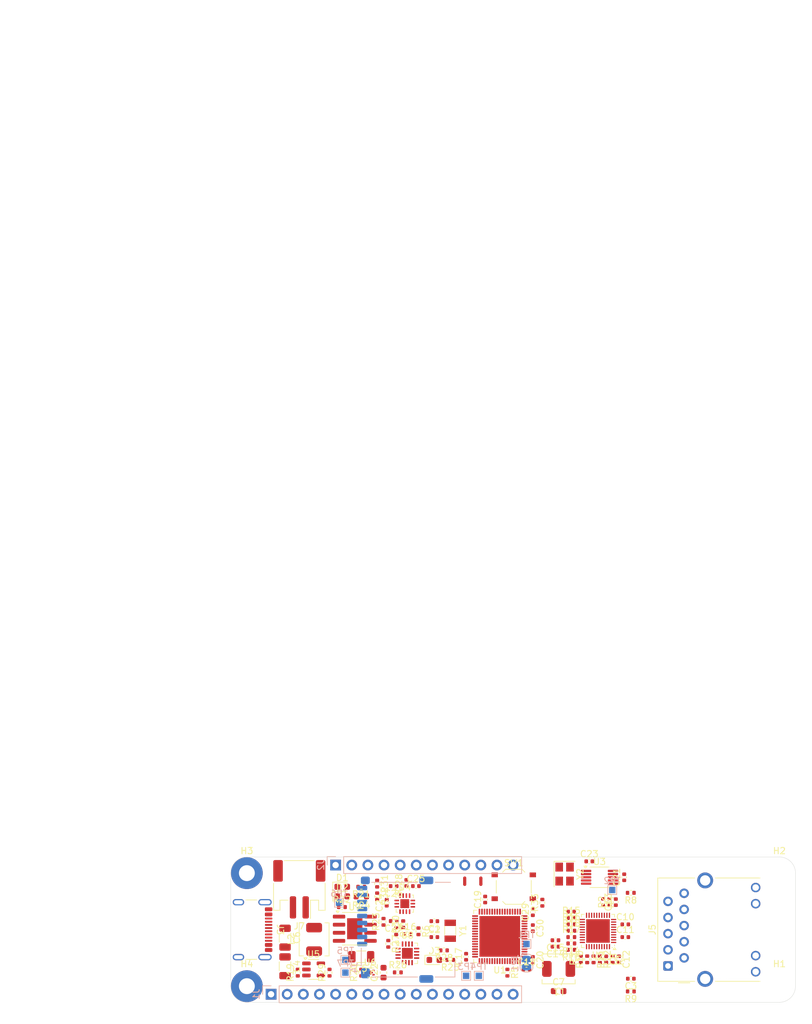
<source format=kicad_pcb>
(kicad_pcb (version 20240108) (generator "pcbnew") (generator_version "8.0")
  (layers (0 "F.Cu" signal) (31 "B.Cu" signal) (34 "B.Paste" user) (35 "F.Paste" user) (36 "B.SilkS" user "B.Silkscreen") (37 "F.SilkS" user "F.Silkscreen") (38 "B.Mask" user) (39 "F.Mask" user) (44 "Edge.Cuts" user))
  (net 0 "")
  (net 1 "Net-(U1-PC14)")
  (net 2 "GND")
  (net 3 "Net-(U1-PC15)")
  (net 4 "Net-(J5-CT)")
  (net 5 "VBUS")
  (net 6 "+5V")
  (net 7 "+BATT")
  (net 8 "Net-(U2-DVDD10)")
  (net 9 "+3.3V")
  (net 10 "Net-(JP1-A)")
  (net 11 "/USB_CC1")
  (net 12 "/USB_CC2")
  (net 13 "Net-(D1-A)")
  (net 14 "Net-(D2-A)")
  (net 15 "Net-(D3-A)")
  (net 16 "/~{RST}")
  (net 17 "/EXT_TX")
  (net 18 "/EXT_RX")
  (net 19 "/EXT_A1")
  (net 20 "/EXT_A2")
  (net 21 "/EXT_A5")
  (net 22 "/EXT_SCK")
  (net 23 "/EXT_MI")
  (net 25 "/EXT_A0")
  (net 26 "/EXT_A4")
  (net 27 "/EXT_MO")
  (net 28 "/EXT_XTRA")
  (net 29 "/EXT_A3")
  (net 30 "/EXT_SCL")
  (net 31 "/EXT_D10")
  (net 32 "/EXT_D13")
  (net 33 "/EXT_EN")
  (net 34 "/EXT_D9")
  (net 35 "/EXT_D6")
  (net 36 "/EXT_D11")
  (net 37 "/EXT_SDA")
  (net 38 "/EXT_D5")
  (net 39 "/EXT_D12")
  (net 40 "/USB_D-")
  (net 41 "/USB_D+")
  (net 45 "/SDIO_D3")
  (net 46 "/SDIO_D1")
  (net 47 "/SDIO_CLK")
  (net 48 "/SDIO_D0")
  (net 49 "/SDIO_D2")
  (net 50 "/SDIO_CMD")
  (net 51 "Net-(J5-Pad11)")
  (net 52 "/ETH_MDI3+")
  (net 53 "/ETH_MDI1+")
  (net 54 "/ETH_MDI3-")
  (net 55 "/ETH_MDI0-")
  (net 56 "/ETH_MDI2+")
  (net 57 "/ETH_MDI1-")
  (net 58 "/ETH_MDI2-")
  (net 59 "Net-(J5-Pad13)")
  (net 60 "/ETH_MDI0+")
  (net 61 "Net-(U2-REG_OUT)")
  (net 62 "Net-(U7-LX)")
  (net 63 "/I2S_MCK")
  (net 64 "/I2S_WS")
  (net 65 "Net-(U2-RSET)")
  (net 66 "/~{PHYRST}")
  (net 67 "/~{ETH_INT}")
  (net 68 "/RGMII_MDIO")
  (net 69 "Net-(U1-BOOT0)")
  (net 70 "/INT_I2C_SDA")
  (net 71 "/INT_I2C_SCL")
  (net 72 "/ETH_LED_YEL")
  (net 73 "/ETH_LED_GRN")
  (net 74 "/ETH_CFG_EXT")
  (net 75 "/RGMII_RXC")
  (net 76 "/RGMII_RX_CTL")
  (net 77 "/RGMII_RXD3")
  (net 78 "/RGMII_RXD2")
  (net 79 "/RGMII_RXD0")
  (net 80 "/RGMII_RXD1")
  (net 81 "Net-(U5-ISET)")
  (net 82 "Net-(U7-ISET)")
  (net 83 "Net-(U7-VSET{slash}LED)")
  (net 84 "/AUX_~{RST}")
  (net 85 "/~{AUX_INT}")
  (net 86 "/USB_PW_SW_EN")
  (net 87 "/~{PD_INT}")
  (net 88 "/VBAT_MEAS")
  (net 89 "Net-(U1-PC13)")
  (net 90 "Net-(U3-CLK2)")
  (net 91 "/SWDIO")
  (net 92 "/SWCLK")
  (net 93 "/AUX_SWDIO")
  (net 94 "Net-(U7-NTC)")
  (net 95 "/AUX_SWCLK")
  (net 96 "/RGMII_CLK125")
  (net 97 "/RGMII_TXD1")
  (net 98 "/RGMII_TXD2")
  (net 99 "/RGMII_MDC")
  (net 100 "/RGMII_TX_CTL")
  (net 102 "/CLK_WCH")
  (net 103 "/RGMII_TXD0")
  (net 104 "/RGMII_TXD3")
  (net 105 "/RGMII_TXC")
  (net 106 "/CLK_ETHPHY")
  (net 107 "Net-(U3-XB)")
  (net 108 "Net-(U3-XA)")
  (footprint "Button_Switch_SMD:SW_Push_1P1T_XKB_TS-1187A" (layer "F.Cu") (at 89 135.5)
    (property "Reference" "SW1" (at 0 -3.75 0) (layer "F.SilkS"))
    (property "Value" "RESET")
    (pad "1" smd rect (at -3 -1.875) (size 1 0.75) (layers "F.Cu" "F.Paste" "F.Mask") (net 2 "GND"))
    (pad "1" smd rect (at 3 -1.875) (size 1 0.75) (layers "F.Cu" "F.Paste" "F.Mask") (net 2 "GND"))
    (pad "2" smd rect (at -3 1.875) (size 1 0.75) (layers "F.Cu" "F.Paste" "F.Mask") (net 16 "/~{RST}"))
    (pad "2" smd rect (at 3 1.875) (size 1 0.75) (layers "F.Cu" "F.Paste" "F.Mask") (net 16 "/~{RST}"))
  )
  (footprint "Package_DFN_QFN:QFN-16-1EP_3x3mm_P0.5mm_EP1.7x1.7mm" (layer "F.Cu") (at 72.25 145.9625)
    (property "Reference" "U8" (at 0 -2.83 0) (layer "F.SilkS"))
    (property "Value" "PY32F002AW15U")
    (pad "1" smd roundrect (at -1.4625 -0.75) (size 0.825 0.25) (layers "F.Cu" "F.Paste" "F.Mask") (net 85 "/~{AUX_INT}"))
    (pad "2" smd roundrect (at -1.4625 -0.25) (size 0.825 0.25) (layers "F.Cu" "F.Paste" "F.Mask"))
    (pad "3" smd roundrect (at -1.4625 0.25) (size 0.825 0.25) (layers "F.Cu" "F.Paste" "F.Mask") (net 93 "/AUX_SWDIO"))
    (pad "4" smd roundrect (at -1.4625 0.75) (size 0.825 0.25) (layers "F.Cu" "F.Paste" "F.Mask") (net 95 "/AUX_SWCLK"))
    (pad "5" smd roundrect (at -0.75 1.4625) (size 0.25 0.825) (layers "F.Cu" "F.Paste" "F.Mask") (net 84 "/AUX_~{RST}"))
    (pad "6" smd roundrect (at -0.25 1.4625) (size 0.25 0.825) (layers "F.Cu" "F.Paste" "F.Mask") (net 29 "/EXT_A3"))
    (pad "7" smd roundrect (at 0.25 1.4625) (size 0.25 0.825) (layers "F.Cu" "F.Paste" "F.Mask") (net 26 "/EXT_A4"))
    (pad "8" smd roundrect (at 0.75 1.4625) (size 0.25 0.825) (layers "F.Cu" "F.Paste" "F.Mask") (net 21 "/EXT_A5"))
    (pad "9" smd roundrect (at 1.4625 0.75) (size 0.825 0.25) (layers "F.Cu" "F.Paste" "F.Mask") (net 88 "/VBAT_MEAS"))
    (pad "10" smd roundrect (at 1.4625 0.25) (size 0.825 0.25) (layers "F.Cu" "F.Paste" "F.Mask") (net 67 "/~{ETH_INT}"))
    (pad "11" smd roundrect (at 1.4625 -0.25) (size 0.825 0.25) (layers "F.Cu" "F.Paste" "F.Mask") (net 66 "/~{PHYRST}"))
    (pad "12" smd roundrect (at 1.4625 -0.75) (size 0.825 0.25) (layers "F.Cu" "F.Paste" "F.Mask") (net 87 "/~{PD_INT}"))
    (pad "13" smd roundrect (at 0.75 -1.4625) (size 0.25 0.825) (layers "F.Cu" "F.Paste" "F.Mask") (net 70 "/INT_I2C_SDA"))
    (pad "14" smd roundrect (at 0.25 -1.4625) (size 0.25 0.825) (layers "F.Cu" "F.Paste" "F.Mask") (net 86 "/USB_PW_SW_EN"))
    (pad "15" smd roundrect (at -0.25 -1.4625) (size 0.25 0.825) (layers "F.Cu" "F.Paste" "F.Mask") (net 9 "+3.3V"))
    (pad "16" smd roundrect (at -0.75 -1.4625) (size 0.25 0.825) (layers "F.Cu" "F.Paste" "F.Mask") (net 71 "/INT_I2C_SCL"))
    (pad "17" smd rect (at 0 0) (size 1.7 1.7) (property pad_prop_heatsink) (layers "F.Cu" "F.Mask") (net 2 "GND"))
  )
  (footprint "NetTie:NetTie-2_SMD_Pad0.5mm" (layer "F.Cu") (at 83.82 134.62 90)
    (property "Reference" "NT2" (hide yes))
    (property "Value" "NetTie_2" (hide yes))
    (fp_poly (pts (xy -0.5 -0.25) (xy 0.5 -0.25) (xy 0.5 0.25) (xy -0.5 0.25)) (fill solid) (layer "F.Cu"))
    (pad "1" smd circle (at -0.5 0 90) (size 0.5 0.5) (layers "F.Cu") (net 64 "/I2S_WS"))
    (pad "2" smd circle (at 0.5 0 90) (size 0.5 0.5) (layers "F.Cu") (net 38 "/EXT_D5"))
  )
  (footprint "Resistor_SMD:R_0402_1005Metric" (layer "F.Cu") (at 104.56 146.91 -90)
    (property "Reference" "R1" (at 0 -1.17 90) (layer "F.SilkS"))
    (property "Value" "2.49k")
    (pad "1" smd roundrect (at -0.51 0 270) (size 0.54 0.64) (layers "F.Cu" "F.Paste" "F.Mask") (net 65 "Net-(U2-RSET)"))
    (pad "2" smd roundrect (at 0.51 0 270) (size 0.54 0.64) (layers "F.Cu" "F.Paste" "F.Mask") (net 2 "GND"))
  )
  (footprint "LED_SMD:LED_0603_1608Metric" (layer "F.Cu") (at 62 135.5)
    (property "Reference" "D1" (at 0 -1.43 0) (layer "F.SilkS"))
    (property "Value" "RED")
    (pad "1" smd roundrect (at -0.7875 0) (size 0.875 0.95) (layers "F.Cu" "F.Paste" "F.Mask") (net 2 "GND"))
    (pad "2" smd roundrect (at 0.7875 0) (size 0.875 0.95) (layers "F.Cu" "F.Paste" "F.Mask") (net 13 "Net-(D1-A)"))
  )
  (footprint "Resistor_SMD:R_0402_1005Metric" (layer "F.Cu") (at 79 147 180)
    (property "Reference" "R25" (at 0 -1.17 180) (layer "F.SilkS"))
    (property "Value" "1k")
    (pad "1" smd roundrect (at -0.51 0 180) (size 0.54 0.64) (layers "F.Cu" "F.Paste" "F.Mask") (net 32 "/EXT_D13"))
    (pad "2" smd roundrect (at 0.51 0 180) (size 0.54 0.64) (layers "F.Cu" "F.Paste" "F.Mask") (net 15 "Net-(D3-A)"))
  )
  (footprint "Capacitor_SMD:C_1206_3216Metric" (layer "F.Cu") (at 65 146.5 180)
    (property "Reference" "C5" (at 0 -1.85 180) (layer "F.SilkS"))
    (property "Value" "22 uF")
    (pad "1" smd roundrect (at -1.475 0 180) (size 1.15 1.8) (layers "F.Cu" "F.Paste" "F.Mask") (roundrect_rratio 0.217391) (net 6 "+5V"))
    (pad "2" smd roundrect (at 1.475 0 180) (size 1.15 1.8) (layers "F.Cu" "F.Paste" "F.Mask") (roundrect_rratio 0.217391) (net 2 "GND"))
  )
  (footprint "Resistor_SMD:R_0402_1005Metric" (layer "F.Cu") (at 71.6 141.3875 90)
    (property "Reference" "R30" (at 0 -1.17 -90) (layer "F.SilkS"))
    (property "Value" "10k")
    (pad "1" smd roundrect (at -0.51 0 90) (size 0.54 0.64) (layers "F.Cu" "F.Paste" "F.Mask") (net 9 "+3.3V"))
    (pad "2" smd roundrect (at 0.51 0 90) (size 0.54 0.64) (layers "F.Cu" "F.Paste" "F.Mask") (net 87 "/~{PD_INT}"))
  )
  (footprint "MountingHole:MountingHole_2.5mm_Pad" (layer "F.Cu") (at 46.99 133.35)
    (property "Reference" "H3" (at 0 -3.5 0) (layer "F.SilkS"))
    (property "Value" "MountingHole_Pad")
    (pad "1" thru_hole circle (at 0 0) (size 5 5) (drill 2.5) (layers "*.Cu" "*.Mask") (net 2 "GND"))
  )
  (footprint "MountingHole:MountingHole_2.5mm" (layer "F.Cu") (at 130.81 151.13)
    (property "Reference" "H1" (at 0 -3.5 0) (layer "F.SilkS"))
    (property "Value" "MountingHole")
    (pad "" np_thru_hole circle (at 0 0) (size 2.5 2.5) (drill 2.5) (layers "*.Cu" "*.Mask"))
  )
  (footprint "Resistor_SMD:R_0402_1005Metric" (layer "F.Cu") (at 74 142.5 -90)
    (property "Reference" "R6" (at 0 -1.17 90) (layer "F.SilkS"))
    (property "Value" "1k")
    (pad "1" smd roundrect (at -0.51 0 270) (size 0.54 0.64) (layers "F.Cu" "F.Paste" "F.Mask") (net 9 "+3.3V"))
    (pad "2" smd roundrect (at 0.51 0 270) (size 0.54 0.64) (layers "F.Cu" "F.Paste" "F.Mask") (net 70 "/INT_I2C_SDA"))
  )
  (footprint "Resistor_SMD:R_0402_1005Metric" (layer "F.Cu") (at 61.95 138.69)
    (property "Reference" "R22" (at 0 -1.17 0) (layer "F.SilkS"))
    (property "Value" "1k")
    (pad "1" smd roundrect (at -0.51 0) (size 0.54 0.64) (layers "F.Cu" "F.Paste" "F.Mask") (net 82 "Net-(U7-ISET)"))
    (pad "2" smd roundrect (at 0.51 0) (size 0.54 0.64) (layers "F.Cu" "F.Paste" "F.Mask") (net 2 "GND"))
  )
  (footprint "Capacitor_SMD:C_0402_1005Metric" (layer "F.Cu") (at 95.56 144.91 180)
    (property "Reference" "C14" (at 0 -1.16 180) (layer "F.SilkS"))
    (property "Value" "0.1 uF")
    (pad "1" smd roundrect (at -0.48 0 180) (size 0.56 0.62) (layers "F.Cu" "F.Paste" "F.Mask") (net 9 "+3.3V"))
    (pad "2" smd roundrect (at 0.48 0 180) (size 0.56 0.62) (layers "F.Cu" "F.Paste" "F.Mask") (net 2 "GND"))
  )
  (footprint "Resistor_SMD:R_0402_1005Metric" (layer "F.Cu") (at 98.06 145.41 180)
    (property "Reference" "R13" (at 0 -1.17 180) (layer "F.SilkS"))
    (property "Value" "4.7k")
    (pad "1" smd roundrect (at -0.51 0 180) (size 0.54 0.64) (layers "F.Cu" "F.Paste" "F.Mask") (net 75 "/RGMII_RXC"))
    (pad "2" smd roundrect (at 0.51 0 180) (size 0.54 0.64) (layers "F.Cu" "F.Paste" "F.Mask") (net 2 "GND"))
  )
  (footprint "Capacitor_SMD:C_0402_1005Metric" (layer "F.Cu") (at 70.1 140.8875 180)
    (property "Reference" "C27" (at 0 -1.16 180) (layer "F.SilkS"))
    (property "Value" "0.1 uF")
    (pad "1" smd roundrect (at -0.48 0 180) (size 0.56 0.62) (layers "F.Cu" "F.Paste" "F.Mask") (net 9 "+3.3V"))
    (pad "2" smd roundrect (at 0.48 0 180) (size 0.56 0.62) (layers "F.Cu" "F.Paste" "F.Mask") (net 2 "GND"))
  )
  (footprint "Package_DFN_QFN:OnSemi_XDFN4-1EP_1.0x1.0mm_EP0.52x0.52mm" (layer "F.Cu") (at 66.5 149 180)
    (property "Reference" "U6" (at 0.11 1.6 180) (layer "F.SilkS"))
    (property "Value" "LW52xxN11E")
    (pad "1" smd custom (at -0.485 -0.325 90) (size 0.26 0.23) (layers "F.Cu" "F.Paste" "F.Mask") (net 9 "+3.3V") (options (clearance outline) (anchor rect)) (primitives (gr_poly (pts (xy 0.13 -0.115) (xy -0.13 -0.115) (xy -0.13 -0.275) (xy -0.02 -0.275)) (width 0) (fill yes))))
    (pad "2" smd custom (at -0.485 0.325 90) (size 0.26 0.23) (layers "F.Cu" "F.Paste" "F.Mask") (net 2 "GND") (options (clearance outline) (anchor rect)) (primitives (gr_poly (pts (xy 0.13 -0.115) (xy -0.13 -0.115) (xy 0.02 -0.275) (xy 0.13 -0.275)) (width 0) (fill yes))))
    (pad "3" smd custom (at 0.485 0.325 270) (size 0.26 0.23) (layers "F.Cu" "F.Paste" "F.Mask") (net 33 "/EXT_EN") (options (clearance outline) (anchor rect)) (primitives (gr_poly (pts (xy 0.13 -0.115) (xy -0.13 -0.115) (xy -0.13 -0.275) (xy -0.02 -0.275)) (width 0) (fill yes))))
    (pad "4" smd custom (at 0.485 -0.325 270) (size 0.26 0.23) (layers "F.Cu" "F.Paste" "F.Mask") (net 6 "+5V") (options (clearance outline) (anchor rect)) (primitives (gr_poly (pts (xy 0.13 -0.115) (xy -0.13 -0.115) (xy 0.02 -0.275) (xy 0.13 -0.275)) (width 0) (fill yes))))
    (pad "5" smd rect (at 0 0 315) (size 0.52 0.52) (layers "F.Cu" "F.Paste" "F.Mask") (net 2 "GND"))
  )
  (footprint "Resistor_SMD:R_0402_1005Metric" (layer "F.Cu") (at 67.5 135 -90)
    (property "Reference" "R31" (at 0 -1.17 90) (layer "F.SilkS"))
    (property "Value" "10k")
    (pad "1" smd roundrect (at -0.51 0 270) (size 0.54 0.64) (layers "F.Cu" "F.Paste" "F.Mask") (net 7 "+BATT"))
    (pad "2" smd roundrect (at 0.51 0 270) (size 0.54 0.64) (layers "F.Cu" "F.Paste" "F.Mask") (net 88 "/VBAT_MEAS"))
  )
  (footprint "Resistor_SMD:R_0402_1005Metric" (layer "F.Cu") (at 103.06 137.91 -90)
    (property "Reference" "R4" (at 0 -1.17 90) (layer "F.SilkS"))
    (property "Value" "1.5k")
    (pad "1" smd roundrect (at -0.51 0 270) (size 0.54 0.64) (layers "F.Cu" "F.Paste" "F.Mask") (net 9 "+3.3V"))
    (pad "2" smd roundrect (at 0.51 0 270) (size 0.54 0.64) (layers "F.Cu" "F.Paste" "F.Mask") (net 68 "/RGMII_MDIO"))
  )
  (footprint "Package_SO:SOIC-8-1EP_3.9x4.9mm_P1.27mm_EP2.41x3.3mm" (layer "F.Cu") (at 63.975 142.095)
    (property "Reference" "U7" (at 0 -3.4 0) (layer "F.SilkS"))
    (property "Value" "LGS5500")
    (pad "1" smd roundrect (at -2.475 -1.905) (size 1.95 0.6) (layers "F.Cu" "F.Paste" "F.Mask") (net 82 "Net-(U7-ISET)"))
    (pad "2" smd roundrect (at -2.475 -0.635) (size 1.95 0.6) (layers "F.Cu" "F.Paste" "F.Mask") (net 5 "VBUS"))
    (pad "3" smd roundrect (at -2.475 0.635) (size 1.95 0.6) (layers "F.Cu" "F.Paste" "F.Mask") (net 7 "+BATT"))
    (pad "4" smd roundrect (at -2.475 1.905) (size 1.95 0.6) (layers "F.Cu" "F.Paste" "F.Mask") (net 62 "Net-(U7-LX)"))
    (pad "5" smd roundrect (at 2.475 1.905) (size 1.95 0.6) (layers "F.Cu" "F.Paste" "F.Mask") (net 6 "+5V"))
    (pad "6" smd roundrect (at 2.475 0.635) (size 1.95 0.6) (layers "F.Cu" "F.Paste" "F.Mask"))
    (pad "7" smd roundrect (at 2.475 -0.635) (size 1.95 0.6) (layers "F.Cu" "F.Paste" "F.Mask") (net 83 "Net-(U7-VSET{slash}LED)"))
    (pad "8" smd roundrect (at 2.475 -1.905) (size 1.95 0.6) (layers "F.Cu" "F.Paste" "F.Mask") (net 94 "Net-(U7-NTC)"))
    (pad "9" smd rect (at 0 0) (size 2.41 3.3) (property pad_prop_heatsink) (layers "F.Cu" "F.Mask") (net 2 "GND"))
  )
  (footprint "Capacitor_SMD:C_0402_1005Metric" (layer "F.Cu") (at 92 147 -90)
    (property "Reference" "C20" (at 0 -1.16 90) (layer "F.SilkS"))
    (property "Value" "0.1 uF")
    (pad "1" smd roundrect (at -0.48 0 270) (size 0.56 0.62) (layers "F.Cu" "F.Paste" "F.Mask") (net 10 "Net-(JP1-A)"))
    (pad "2" smd roundrect (at 0.48 0 270) (size 0.56 0.62) (layers "F.Cu" "F.Paste" "F.Mask") (net 2 "GND"))
  )
  (footprint "LED_SMD:LED_0603_1608Metric" (layer "F.Cu") (at 76.5 147)
    (property "Reference" "D3" (at 0 -1.43 0) (layer "F.SilkS"))
    (property "Value" "GREEN")
    (pad "1" smd roundrect (at -0.7875 0) (size 0.875 0.95) (layers "F.Cu" "F.Paste" "F.Mask") (net 2 "GND"))
    (pad "2" smd roundrect (at 0.7875 0) (size 0.875 0.95) (layers "F.Cu" "F.Paste" "F.Mask") (net 15 "Net-(D3-A)"))
  )
  (footprint "Resistor_SMD:R_0402_1005Metric" (layer "F.Cu") (at 99.56 146.91 90)
    (property "Reference" "R3" (at 0 -1.17 -90) (layer "F.SilkS"))
    (property "Value" "4.7k")
    (pad "1" smd roundrect (at -0.51 0 90) (size 0.54 0.64) (layers "F.Cu" "F.Paste" "F.Mask") (net 9 "+3.3V"))
    (pad "2" smd roundrect (at 0.51 0 90) (size 0.54 0.64) (layers "F.Cu" "F.Paste" "F.Mask") (net 67 "/~{ETH_INT}"))
  )
  (footprint "Capacitor_SMD:C_0402_1005Metric" (layer "F.Cu") (at 100.8875 131.5)
    (property "Reference" "C23" (at 0 -1.16 0) (layer "F.SilkS"))
    (property "Value" "0.1 uF")
    (pad "1" smd roundrect (at -0.48 0) (size 0.56 0.62) (layers "F.Cu" "F.Paste" "F.Mask") (net 9 "+3.3V"))
    (pad "2" smd roundrect (at 0.48 0) (size 0.56 0.62) (layers "F.Cu" "F.Paste" "F.Mask") (net 2 "GND"))
  )
  (footprint "Capacitor_SMD:C_0402_1005Metric" (layer "F.Cu") (at 107.43 149.95 180)
    (property "Reference" "C3" (at 0 -1.16 180) (layer "F.SilkS"))
    (property "Value" "0.1 uF")
    (pad "1" smd roundrect (at -0.48 0 180) (size 0.56 0.62) (layers "F.Cu" "F.Paste" "F.Mask") (net 4 "Net-(J5-CT)"))
    (pad "2" smd roundrect (at 0.48 0 180) (size 0.56 0.62) (layers "F.Cu" "F.Paste" "F.Mask") (net 2 "GND"))
  )
  (footprint "Package_SO:MSOP-10_3x3mm_P0.5mm" (layer "F.Cu") (at 102.5 134)
    (property "Reference" "U3" (at 0 -2.45 0) (layer "F.SilkS"))
    (property "Value" "MS5351M")
    (pad "1" smd roundrect (at -2.1125 -1) (size 1.625 0.35) (layers "F.Cu" "F.Paste" "F.Mask") (net 9 "+3.3V"))
    (pad "2" smd roundrect (at -2.1125 -0.5) (size 1.625 0.35) (layers "F.Cu" "F.Paste" "F.Mask") (net 108 "Net-(U3-XA)"))
    (pad "3" smd roundrect (at -2.1125 0) (size 1.625 0.35) (layers "F.Cu" "F.Paste" "F.Mask") (net 107 "Net-(U3-XB)"))
    (pad "4" smd roundrect (at -2.1125 0.5) (size 1.625 0.35) (layers "F.Cu" "F.Paste" "F.Mask") (net 71 "/INT_I2C_SCL"))
    (pad "5" smd roundrect (at -2.1125 1) (size 1.625 0.35) (layers "F.Cu" "F.Paste" "F.Mask") (net 70 "/INT_I2C_SDA"))
    (pad "6" smd roundrect (at 2.1125 1) (size 1.625 0.35) (layers "F.Cu" "F.Paste" "F.Mask") (net 90 "Net-(U3-CLK2)"))
    (pad "7" smd roundrect (at 2.1125 0.5) (size 1.625 0.35) (layers "F.Cu" "F.Paste" "F.Mask") (net 9 "+3.3V"))
    (pad "8" smd roundrect (at 2.1125 0) (size 1.625 0.35) (layers "F.Cu" "F.Paste" "F.Mask") (net 2 "GND"))
    (pad "9" smd roundrect (at 2.1125 -0.5) (size 1.625 0.35) (layers "F.Cu" "F.Paste" "F.Mask") (net 106 "/CLK_ETHPHY"))
    (pad "10" smd roundrect (at 2.1125 -1) (size 1.625 0.35) (layers "F.Cu" "F.Paste" "F.Mask") (net 102 "/CLK_WCH"))
  )
  (footprint "parts:L_Changjiang_FXL0420" (layer "F.Cu") (at 57.575 143.77 90)
    (property "Reference" "L2" (at 0 -3.6 90) (layer "F.SilkS"))
    (property "Value" "2.2 uH")
    (pad "1" smd roundrect (at -1.85 0 90) (size 1.5 2.5) (layers "F.Cu" "F.Paste" "F.Mask") (net 62 "Net-(U7-LX)"))
    (pad "2" smd roundrect (at 1.85 0 90) (size 1.5 2.5) (layers "F.Cu" "F.Paste" "F.Mask") (net 7 "+BATT"))
  )
  (footprint "Resistor_SMD:R_0402_1005Metric" (layer "F.Cu") (at 70.75 148.9625)
    (property "Reference" "R26" (at 0 -1.17 0) (layer "F.SilkS"))
    (property "Value" "10k")
    (pad "1" smd roundrect (at -0.51 0) (size 0.54 0.64) (layers "F.Cu" "F.Paste" "F.Mask") (net 9 "+3.3V"))
    (pad "2" smd roundrect (at 0.51 0) (size 0.54 0.64) (layers "F.Cu" "F.Paste" "F.Mask") (net 84 "/AUX_~{RST}"))
  )
  (footprint "Resistor_SMD:R_0402_1005Metric" (layer "F.Cu") (at 102.56 146.91 -90)
    (property "Reference" "R12" (at 0 -1.17 90) (layer "F.SilkS"))
    (property "Value" "4.7k")
    (pad "1" smd roundrect (at -0.51 0 270) (size 0.54 0.64) (layers "F.Cu" "F.Paste" "F.Mask") (net 73 "/ETH_LED_GRN"))
    (pad "2" smd roundrect (at 0.51 0 270) (size 0.54 0.64) (layers "F.Cu" "F.Paste" "F.Mask") (net 2 "GND"))
  )
  (footprint "Capacitor_SMD:C_0402_1005Metric" (layer "F.Cu") (at 73.6 135.3875)
    (property "Reference" "C25" (at 0 -1.16 0) (layer "F.SilkS"))
    (property "Value" "330 pF")
    (pad "1" smd roundrect (at -0.48 0) (size 0.56 0.62) (layers "F.Cu" "F.Paste" "F.Mask") (net 11 "/USB_CC1"))
    (pad "2" smd roundrect (at 0.48 0) (size 0.56 0.62) (layers "F.Cu" "F.Paste" "F.Mask") (net 2 "GND"))
  )
  (footprint "Resistor_SMD:R_0402_1005Metric" (layer "F.Cu") (at 68.5 141 90)
    (property "Reference" "R23" (at 0 -1.17 -90) (layer "F.SilkS"))
    (property "Value" "1k")
    (pad "1" smd roundrect (at -0.51 0 90) (size 0.54 0.64) (layers "F.Cu" "F.Paste" "F.Mask") (net 83 "Net-(U7-VSET{slash}LED)"))
    (pad "2" smd roundrect (at 0.51 0 90) (size 0.54 0.64) (layers "F.Cu" "F.Paste" "F.Mask") (net 2 "GND"))
  )
  (footprint "MountingHole:MountingHole_2.5mm_Pad" (layer "F.Cu") (at 46.99 151.13)
    (property "Reference" "H4" (at 0 -3.5 0) (layer "F.SilkS"))
    (property "Value" "MountingHole_Pad")
    (pad "1" thru_hole circle (at 0 0) (size 5 5) (drill 2.5) (layers "*.Cu" "*.Mask") (net 2 "GND"))
  )
  (footprint "Resistor_SMD:R_0402_1005Metric" (layer "F.Cu") (at 98.06 140.41)
    (property "Reference" "R15" (at 0 -1.17 0) (layer "F.SilkS"))
    (property "Value" "4.7k")
    (pad "1" smd roundrect (at -0.51 0) (size 0.54 0.64) (layers "F.Cu" "F.Paste" "F.Mask") (net 9 "+3.3V"))
    (pad "2" smd roundrect (at 0.51 0) (size 0.54 0.64) (layers "F.Cu" "F.Paste" "F.Mask") (net 77 "/RGMII_RXD3"))
  )
  (footprint "Capacitor_SMD:C_1206_3216Metric" (layer "F.Cu") (at 53 148 -90)
    (property "Reference" "C4" (at 0 -1.85 90) (layer "F.SilkS"))
    (property "Value" "10 uF")
    (pad "1" smd roundrect (at -1.475 0 270) (size 1.15 1.8) (layers "F.Cu" "F.Paste" "F.Mask") (roundrect_rratio 0.217391) (net 5 "VBUS"))
    (pad "2" smd roundrect (at 1.475 0 270) (size 1.15 1.8) (layers "F.Cu" "F.Paste" "F.Mask") (roundrect_rratio 0.217391) (net 2 "GND"))
  )
  (footprint "Capacitor_SMD:C_0402_1005Metric" (layer "F.Cu") (at 105.56 146.91 -90)
    (property "Reference" "C12" (at 0 -1.16 90) (layer "F.SilkS"))
    (property "Value" "0.1 uF")
    (pad "1" smd roundrect (at -0.48 0 270) (size 0.56 0.62) (layers "F.Cu" "F.Paste" "F.Mask") (net 9 "+3.3V"))
    (pad "2" smd roundrect (at 0.48 0 270) (size 0.56 0.62) (layers "F.Cu" "F.Paste" "F.Mask") (net 2 "GND"))
  )
  (footprint "parts:RJ45_Hanrun_HR911130C" (layer "F.Cu") (at 115.818 146.68 90)
    (property "Reference" "J5" (at 4.44 -5 -90) (layer "F.SilkS"))
    (property "Value" "RJ45_Hanrun_HR911130C")
    (pad "" np_thru_hole circle (at -1.275 6.36 90) (size 3.25 3.25) (drill 3.25) (layers "*.Cu" "*.Mask"))
    (pad "" np_thru_hole circle (at 10.155 6.36 90) (size 3.25 3.25) (drill 3.25) (layers "*.Cu" "*.Mask"))
    (pad "1" thru_hole roundrect (at -1.27 -2.54 90) (size 1.5 1.5) (drill 0.89) (layers "*.Cu" "*.Mask") (roundrect_rratio 0.167) (net 4 "Net-(J5-CT)"))
    (pad "2" thru_hole circle (at 0 0 90) (size 1.5 1.5) (drill 0.89) (layers "*.Cu" "*.Mask") (net 60 "/ETH_MDI0+"))
    (pad "3" thru_hole circle (at 1.27 -2.54 90) (size 1.5 1.5) (drill 0.89) (layers "*.Cu" "*.Mask") (net 55 "/ETH_MDI0-"))
    (pad "4" thru_hole circle (at 2.54 0 90) (size 1.5 1.5) (drill 0.89) (layers "*.Cu" "*.Mask") (net 53 "/ETH_MDI1+"))
    (pad "5" thru_hole circle (at 3.81 -2.54 90) (size 1.5 1.5) (drill 0.89) (layers "*.Cu" "*.Mask") (net 56 "/ETH_MDI2+"))
    (pad "6" thru_hole circle (at 5.08 0 90) (size 1.5 1.5) (drill 0.89) (layers "*.Cu" "*.Mask") (net 58 "/ETH_MDI2-"))
    (pad "7" thru_hole circle (at 6.35 -2.54 90) (size 1.5 1.5) (drill 0.89) (layers "*.Cu" "*.Mask") (net 57 "/ETH_MDI1-"))
    (pad "8" thru_hole circle (at 7.62 0 90) (size 1.5 1.5) (drill 0.89) (layers "*.Cu" "*.Mask") (net 52 "/ETH_MDI3+"))
    (pad "9" thru_hole circle (at 8.89 -2.54 90) (size 1.5 1.5) (drill 0.89) (layers "*.Cu" "*.Mask") (net 54 "/ETH_MDI3-"))
    (pad "10" thru_hole circle (at 10.16 0 90) (size 1.5 1.5) (drill 0.89) (layers "*.Cu" "*.Mask") (net 2 "GND"))
    (pad "11" thru_hole circle (at -2.185 11.26 90) (size 1.5 1.5) (drill 1.02) (layers "*.Cu" "*.Mask") (net 51 "Net-(J5-Pad11)"))
    (pad "12" thru_hole circle (at 0.355 11.26 90) (size 1.5 1.5) (drill 1.02) (layers "*.Cu" "*.Mask") (net 2 "GND"))
    (pad "13" thru_hole circle (at 8.525 11.26 90) (size 1.5 1.5) (drill 1.02) (layers "*.Cu" "*.Mask") (net 59 "Net-(J5-Pad13)"))
    (pad "14" thru_hole circle (at 11.065 11.26 90) (size 1.5 1.5) (drill 1.02) (layers "*.Cu" "*.Mask") (net 9 "+3.3V"))
    (pad "SH" thru_hole circle (at -3.305 3.31 90) (size 2.5 2.5) (drill 1.63) (layers "*.Cu" "*.Mask") (net 2 "GND"))
    (pad "SH" thru_hole circle (at 12.185 3.31 90) (size 2.5 2.5) (drill 1.63) (layers "*.Cu" "*.Mask") (net 2 "GND"))
  )
  (footprint "Capacitor_SMD:C_0603_1608Metric" (layer "F.Cu") (at 68.5 149 90)
    (property "Reference" "C22" (at 0 -1.43 -90) (layer "F.SilkS"))
    (property "Value" "1 uF")
    (pad "1" smd roundrect (at -0.775 0 90) (size 0.9 0.95) (layers "F.Cu" "F.Paste" "F.Mask") (net 9 "+3.3V"))
    (pad "2" smd roundrect (at 0.775 0 90) (size 0.9 0.95) (layers "F.Cu" "F.Paste" "F.Mask") (net 2 "GND"))
  )
  (footprint "Resistor_SMD:R_0402_1005Metric" (layer "F.Cu") (at 70.5 142.5 -90)
    (property "Reference" "R7" (at 0 -1.17 90) (layer "F.SilkS"))
    (property "Value" "1k")
    (pad "1" smd roundrect (at -0.51 0 270) (size 0.54 0.64) (layers "F.Cu" "F.Paste" "F.Mask") (net 9 "+3.3V"))
    (pad "2" smd roundrect (at 0.51 0 270) (size 0.54 0.64) (layers "F.Cu" "F.Paste" "F.Mask") (net 71 "/INT_I2C_SCL"))
  )
  (footprint "Package_TO_SOT_SMD:SOT-23-5" (layer "F.Cu") (at 57.5 148.5)
    (property "Reference" "U5" (at 0 -2.4 0) (layer "F.SilkS"))
    (property "Value" "SY6820")
    (pad "1" smd roundrect (at -1.1375 -0.95) (size 1.325 0.6) (layers "F.Cu" "F.Paste" "F.Mask") (net 5 "VBUS"))
    (pad "2" smd roundrect (at -1.1375 0) (size 1.325 0.6) (layers "F.Cu" "F.Paste" "F.Mask") (net 2 "GND"))
    (pad "3" smd roundrect (at -1.1375 0.95) (size 1.325 0.6) (layers "F.Cu" "F.Paste" "F.Mask") (net 81 "Net-(U5-ISET)"))
    (pad "4" smd roundrect (at 1.1375 0.95) (size 1.325 0.6) (layers "F.Cu" "F.Paste" "F.Mask") (net 86 "/USB_PW_SW_EN"))
    (pad "5" smd roundrect (at 1.1375 -0.95) (size 1.325 0.6) (layers "F.Cu" "F.Paste" "F.Mask") (net 6 "+5V"))
  )
  (footprint "Connector_USB:USB_C_Receptacle_GCT_USB4105-xx-A_16P_TopMnt_Horizontal" (layer "F.Cu") (at 46.736 142.24 -90)
    (property "Reference" "J3" (at 0 -5.5 -90) (layer "F.SilkS"))
    (property "Value" "USB_C_Receptacle_USB2.0_16P")
    (pad "" np_thru_hole circle (at -2.89 -2.605 270) (size 0.65 0.65) (drill 0.65) (layers "F&B.Cu" "*.Mask"))
    (pad "" np_thru_hole circle (at 2.89 -2.605 270) (size 0.65 0.65) (drill 0.65) (layers "F&B.Cu" "*.Mask"))
    (pad "A1" smd roundrect (at -3.2 -3.68 270) (size 0.6 1.15) (layers "F.Cu" "F.Paste" "F.Mask") (net 2 "GND"))
    (pad "A4" smd roundrect (at -2.4 -3.68 270) (size 0.6 1.15) (layers "F.Cu" "F.Paste" "F.Mask") (net 5 "VBUS"))
    (pad "A5" smd roundrect (at -1.25 -3.68 270) (size 0.3 1.15) (layers "F.Cu" "F.Paste" "F.Mask") (net 11 "/USB_CC1"))
    (pad "A6" smd roundrect (at -0.25 -3.68 270) (size 0.3 1.15) (layers "F.Cu" "F.Paste" "F.Mask") (net 41 "/USB_D+"))
    (pad "A7" smd roundrect (at 0.25 -3.68 270) (size 0.3 1.15) (layers "F.Cu" "F.Paste" "F.Mask") (net 40 "/USB_D-"))
    (pad "A8" smd roundrect (at 1.25 -3.68 270) (size 0.3 1.15) (layers "F.Cu" "F.Paste" "F.Mask"))
    (pad "A9" smd roundrect (at 2.4 -3.68 270) (size 0.6 1.15) (layers "F.Cu" "F.Paste" "F.Mask") (net 5 "VBUS"))
    (pad "A12" smd roundrect (at 3.2 -3.68 270) (size 0.6 1.15) (layers "F.Cu" "F.Paste" "F.Mask") (net 2 "GND"))
    (pad "B1" smd roundrect (at 3.2 -3.68 270) (size 0.6 1.15) (layers "F.Cu" "F.Paste" "F.Mask") (net 2 "GND"))
    (pad "B4" smd roundrect (at 2.4 -3.68 270) (size 0.6 1.15) (layers "F.Cu" "F.Paste" "F.Mask") (net 5 "VBUS"))
    (pad "B5" smd roundrect (at 1.75 -3.68 270) (size 0.3 1.15) (layers "F.Cu" "F.Paste" "F.Mask") (net 12 "/USB_CC2"))
    (pad "B6" smd roundrect (at 0.75 -3.68 270) (size 0.3 1.15) (layers "F.Cu" "F.Paste" "F.Mask") (net 41 "/USB_D+"))
    (pad "B7" smd roundrect (at -0.75 -3.68 270) (size 0.3 1.15) (layers "F.Cu" "F.Paste" "F.Mask") (net 40 "/USB_D-"))
    (pad "B8" smd roundrect (at -1.75 -3.68 270) (size 0.3 1.15) (layers "F.Cu" "F.Paste" "F.Mask"))
    (pad "B9" smd roundrect (at -2.4 -3.68 270) (size 0.6 1.15) (layers "F.Cu" "F.Paste" "F.Mask") (net 5 "VBUS"))
    (pad "B12" smd roundrect (at -3.2 -3.68 270) (size 0.6 1.15) (layers "F.Cu" "F.Paste" "F.Mask") (net 2 "GND"))
    (pad "S1" thru_hole oval (at -4.32 -3.105 270) (size 1 2.1) (drill oval 0.6 1.7) (layers "*.Cu" "*.Mask" "F.Paste") (net 2 "GND"))
    (pad "S1" thru_hole oval (at -4.32 1.075 270) (size 1 1.8) (drill oval 0.6 1.4) (layers "*.Cu" "*.Mask" "F.Paste") (net 2 "GND"))
    (pad "S1" thru_hole oval (at 4.32 -3.105 270) (size 1 2.1) (drill oval 0.6 1.7) (layers "*.Cu" "*.Mask" "F.Paste") (net 2 "GND"))
    (pad "S1" thru_hole oval (at 4.32 1.075 270) (size 1 1.8) (drill oval 0.6 1.4) (layers "*.Cu" "*.Mask" "F.Paste") (net 2 "GND"))
  )
  (footprint "Resistor_SMD:R_0402_1005Metric" (layer "F.Cu") (at 88 149 -90)
    (property "Reference" "R5" (at 0 -1.17 90) (layer "F.SilkS"))
    (property "Value" "10k")
    (pad "1" smd roundrect (at -0.51 0 270) (size 0.54 0.64) (layers "F.Cu" "F.Paste" "F.Mask") (net 69 "Net-(U1-BOOT0)"))
    (pad "2" smd roundrect (at 0.51 0 270) (size 0.54 0.64) (layers "F.Cu" "F.Paste" "F.Mask") (net 2 "GND"))
  )
  (footprint "Capacitor_SMD:C_0402_1005Metric" (layer "F.Cu") (at 69 138 90)
    (property "Reference" "C24" (at 0 -1.16 -90) (layer "F.SilkS"))
    (property "Value" "0.1 uF")
    (pad "1" smd roundrect (at -0.48 0 90) (size 0.56 0.62) (layers "F.Cu" "F.Paste" "F.Mask") (net 9 "+3.3V"))
    (pad "2" smd roundrect (at 0.48 0 90) (size 0.56 0.62) (layers "F.Cu" "F.Paste" "F.Mask") (net 2 "GND"))
  )
  (footprint "Resistor_SMD:R_0402_1005Metric" (layer "F.Cu") (at 98.06 141.41)
    (property "Reference" "R16" (at 0 -1.17 0) (layer "F.SilkS"))
    (property "Value" "4.7k")
    (pad "1" smd roundrect (at -0.51 0) (size 0.54 0.64) (layers "F.Cu" "F.Paste" "F.Mask") (net 9 "+3.3V"))
    (pad "2" smd roundrect (at 0.51 0) (size 0.54 0.64) (layers "F.Cu" "F.Paste" "F.Mask") (net 78 "/RGMII_RXD2"))
  )
  (footprint "parts:L_Changjiang_FXL0420" (layer "F.Cu") (at 96.06 148.41 180)
    (property "Reference" "L1" (at 0 -3.6 180) (layer "F.SilkS"))
    (property "Value" "2.2 uH")
    (pad "1" smd roundrect (at -1.85 0 180) (size 1.5 2.5) (layers "F.Cu" "F.Paste" "F.Mask") (net 61 "Net-(U2-REG_OUT)"))
    (pad "2" smd roundrect (at 1.85 0 180) (size 1.5 2.5) (layers "F.Cu" "F.Paste" "F.Mask") (net 8 "Net-(U2-DVDD10)"))
  )
  (footprint "Connector_JST:JST_PH_S2B-PH-SM4-TB_1x02-1MP_P2.00mm_Horizontal" (layer "F.Cu") (at 55.245 135.89 180)
    (property "Reference" "J7" (at 0 -5.8 180) (layer "F.SilkS"))
    (property "Value" "JST_PH")
    (pad "1" smd roundrect (at -1 -2.85 180) (size 1 3.5) (layers "F.Cu" "F.Paste" "F.Mask") (net 7 "+BATT"))
    (pad "2" smd roundrect (at 1 -2.85 180) (size 1 3.5) (layers "F.Cu" "F.Paste" "F.Mask") (net 2 "GND"))
    (pad "MP" smd roundrect (at -3.35 2.9 180) (size 1.5 3.4) (layers "F.Cu" "F.Paste" "F.Mask") (roundrect_rratio 0.166667))
    (pad "MP" smd roundrect (at 3.35 2.9 180) (size 1.5 3.4) (layers "F.Cu" "F.Paste" "F.Mask") (roundrect_rratio 0.166667))
  )
  (footprint "Capacitor_SMD:C_1206_3216Metric" (layer "F.Cu") (at 53 143.5 -90)
    (property "Reference" "C6" (at 0 -1.85 90) (layer "F.SilkS"))
    (property "Value" "22 uF")
    (pad "1" smd roundrect (at -1.475 0 270) (size 1.15 1.8) (layers "F.Cu" "F.Paste" "F.Mask") (roundrect_rratio 0.217391) (net 7 "+BATT"))
    (pad "2" smd roundrect (at 1.475 0 270) (size 1.15 1.8) (layers "F.Cu" "F.Paste" "F.Mask") (roundrect_rratio 0.217391) (net 2 "GND"))
  )
  (footprint "Capacitor_SMD:C_0402_1005Metric" (layer "F.Cu") (at 76.5 140.9125 180)
    (property "Reference" "C1" (at 0 -1.16 180) (layer "F.SilkS"))
    (property "Value" "20 pF")
    (pad "1" smd roundrect (at -0.48 0 180) (size 0.56 0.62) (layers "F.Cu" "F.Paste" "F.Mask") (net 1 "Net-(U1-PC14)"))
    (pad "2" smd roundrect (at 0.48 0 180) (size 0.56 0.62) (layers "F.Cu" "F.Paste" "F.Mask") (net 2 "GND"))
  )
  (footprint "Resistor_SMD:R_0402_1005Metric" (layer "F.Cu") (at 69.25 144.4625 -90)
    (property "Reference" "R27" (at 0 -1.17 90) (layer "F.SilkS"))
    (property "Value" "10k")
    (pad "1" smd roundrect (at -0.51 0 270) (size 0.54 0.64) (layers "F.Cu" "F.Paste" "F.Mask") (net 9 "+3.3V"))
    (pad "2" smd roundrect (at 0.51 0 270) (size 0.54 0.64) (layers "F.Cu" "F.Paste" "F.Mask") (net 85 "/~{AUX_INT}"))
  )
  (footprint "Resistor_SMD:R_0402_1005Metric" (layer "F.Cu") (at 55 149 90)
    (property "Reference" "R19" (at 0 -1.17 -90) (layer "F.SilkS"))
    (property "Value" "12k")
    (pad "1" smd roundrect (at -0.51 0 90) (size 0.54 0.64) (layers "F.Cu" "F.Paste" "F.Mask") (net 81 "Net-(U5-ISET)"))
    (pad "2" smd roundrect (at 0.51 0 90) (size 0.54 0.64) (layers "F.Cu" "F.Paste" "F.Mask") (net 2 "GND"))
  )
  (footprint "Resistor_SMD:R_0402_1005Metric" (layer "F.Cu") (at 78.01 145.5 180)
    (property "Reference" "R28" (at 0 -1.17 180) (layer "F.SilkS"))
    (property "Value" "10k")
    (pad "1" smd roundrect (at -0.51 0 180) (size 0.54 0.64) (layers "F.Cu" "F.Paste" "F.Mask") (net 32 "/EXT_D13"))
    (pad "2" smd roundrect (at 0.51 0 180) (size 0.54 0.64) (layers "F.Cu" "F.Paste" "F.Mask") (net 2 "GND"))
  )
  (footprint "Crystal:Crystal_SMD_3215-2Pin_3.2x1.5mm" (layer "F.Cu") (at 79 142.4125 -90)
    (property "Reference" "Y1" (at 0 -2 90) (layer "F.SilkS"))
    (property "Value" "32.768kHz 12.5 pF Q13FC13500004")
    (pad "1" smd rect (at 1.25 0 270) (size 1 1.8) (layers "F.Cu" "F.Paste" "F.Mask") (net 3 "Net-(U1-PC15)"))
    (pad "2" smd rect (at -1.25 0 270) (size 1 1.8) (layers "F.Cu" "F.Paste" "F.Mask") (net 1 "Net-(U1-PC14)"))
  )
  (footprint "Capacitor_SMD:C_0402_1005Metric" (layer "F.Cu") (at 72.1 134.8875 90)
    (property "Reference" "C28" (at 0 -1.16 -90) (layer "F.SilkS"))
    (property "Value" "0.1 uF")
    (pad "1" smd roundrect (at -0.48 0 90) (size 0.56 0.62) (layers "F.Cu" "F.Paste" "F.Mask") (net 6 "+5V"))
    (pad "2" smd roundrect (at 0.48 0 90) (size 0.56 0.62) (layers "F.Cu" "F.Paste" "F.Mask") (net 2 "GND"))
  )
  (footprint "parts:WQFN-14-1EP_2.5x2.5mm_P0.5mm_EP1.4x1.4mm" (layer "F.Cu") (at 71.85 138.15)
    (property "Reference" "U4" (at 0 -2.58 0) (layer "F.SilkS"))
    (property "Value" "HUSB311")
    (pad "1" smd roundrect (at -1.2625 -0.5) (size 0.725 0.25) (layers "F.Cu" "F.Paste" "F.Mask") (net 12 "/USB_CC2"))
    (pad "2" smd roundrect (at -1.2625 0) (size 0.725 0.25) (layers "F.Cu" "F.Paste" "F.Mask") (net 5 "VBUS"))
    (pad "3" smd roundrect (at -1.2625 0.5) (size 0.725 0.25) (layers "F.Cu" "F.Paste" "F.Mask") (net 9 "+3.3V"))
    (pad "4" smd roundrect (at -0.75 1.2625) (size 0.25 0.725) (layers "F.Cu" "F.Paste" "F.Mask") (net 9 "+3.3V"))
    (pad "5" smd roundrect (at -0.25 1.2625) (size 0.25 0.725) (layers "F.Cu" "F.Paste" "F.Mask") (net 87 "/~{PD_INT}"))
    (pad "6" smd roundrect (at 0.25 1.2625) (size 0.25 0.725) (layers "F.Cu" "F.Paste" "F.Mask") (net 71 "/INT_I2C_SCL"))
    (pad "7" smd roundrect (at 0.75 1.2625) (size 0.25 0.725) (layers "F.Cu" "F.Paste" "F.Mask") (net 70 "/INT_I2C_SDA"))
    (pad "8" smd roundrect (at 1.2625 0.5) (size 0.725 0.25) (layers "F.Cu" "F.Paste" "F.Mask") (net 2 "GND"))
    (pad "9" smd roundrect (at 1.2625 0) (size 0.725 0.25) (layers "F.Cu" "F.Paste" "F.Mask") (net 2 "GND"))
    (pad "10" smd roundrect (at 1.2625 -0.5) (size 0.725 0.25) (layers "F.Cu" "F.Paste" "F.Mask") (net 11 "/USB_CC1"))
    (pad "11" smd roundrect (at 0.75 -1.2625) (size 0.25 0.725) (layers "F.Cu" "F.Paste" "F.Mask") (net 11 "/USB_CC1"))
    (pad "12" smd roundrect (at 0.25 -1.2625) (size 0.25 0.725) (layers "F.Cu" "F.Paste" "F.Mask") (net 6 "+5V"))
    (pad "13" smd roundrect (at -0.25 -1.2625) (size 0.25 0.725) (layers "F.Cu" "F.Paste" "F.Mask") (net 6 "+5V"))
    (pad "14" smd roundrect (at -0.75 -1.2625) (size 0.25 0.725) (layers "F.Cu" "F.Paste" "F.Mask") (net 12 "/USB_CC2"))
    (pad "15" smd rect (at 0 0) (size 1.4 1.4) (property pad_prop_heatsink) (layers "F.Cu" "F.Mask") (net 2 "GND"))
  )
  (footprint "parts:QFN-40-1EP_5x5mm_P0.4mm_EP3.7x3.7mm" (layer "F.Cu") (at 102.26 142.4475 180)
    (property "Reference" "U2" (at 0 -3.83 180) (layer "F.SilkS"))
    (property "Value" "RTL8211F")
    (pad "1" smd roundrect (at -2.4625 -1.8 180) (size 0.825 0.2) (layers "F.Cu" "F.Paste" "F.Mask") (net 60 "/ETH_MDI0+"))
    (pad "2" smd roundrect (at -2.4625 -1.4 180) (size 0.825 0.2) (layers "F.Cu" "F.Paste" "F.Mask") (net 55 "/ETH_MDI0-"))
    (pad "3" smd roundrect (at -2.4625 -1 180) (size 0.825 0.2) (layers "F.Cu" "F.Paste" "F.Mask") (net 8 "Net-(U2-DVDD10)"))
    (pad "4" smd roundrect (at -2.4625 -0.6 180) (size 0.825 0.2) (layers "F.Cu" "F.Paste" "F.Mask") (net 53 "/ETH_MDI1+"))
    (pad "5" smd roundrect (at -2.4625 -0.2 180) (size 0.825 0.2) (layers "F.Cu" "F.Paste" "F.Mask") (net 57 "/ETH_MDI1-"))
    (pad "6" smd roundrect (at -2.4625 0.2 180) (size 0.825 0.2) (layers "F.Cu" "F.Paste" "F.Mask") (net 56 "/ETH_MDI2+"))
    (pad "7" smd roundrect (at -2.4625 0.6 180) (size 0.825 0.2) (layers "F.Cu" "F.Paste" "F.Mask") (net 58 "/ETH_MDI2-"))
    (pad "8" smd roundrect (at -2.4625 1 180) (size 0.825 0.2) (layers "F.Cu" "F.Paste" "F.Mask") (net 8 "Net-(U2-DVDD10)"))
    (pad "9" smd roundrect (at -2.4625 1.4 180) (size 0.825 0.2) (layers "F.Cu" "F.Paste" "F.Mask") (net 52 "/ETH_MDI3+"))
    (pad "10" smd roundrect (at -2.4625 1.8 180) (size 0.825 0.2) (layers "F.Cu" "F.Paste" "F.Mask") (net 54 "/ETH_MDI3-"))
    (pad "11" smd roundrect (at -1.8 2.4625 180) (size 0.2 0.825) (layers "F.Cu" "F.Paste" "F.Mask") (net 9 "+3.3V"))
    (pad "12" smd roundrect (at -1.4 2.4625 180) (size 0.2 0.825) (layers "F.Cu" "F.Paste" "F.Mask") (net 66 "/~{PHYRST}"))
    (pad "13" smd roundrect (at -1 2.4625 180) (size 0.2 0.825) (layers "F.Cu" "F.Paste" "F.Mask") (net 99 "/RGMII_MDC"))
    (pad "14" smd roundrect (at -0.6 2.4625 180) (size 0.2 0.825) (layers "F.Cu" "F.Paste" "F.Mask") (net 68 "/RGMII_MDIO"))
    (pad "15" smd roundrect (at -0.2 2.4625 180) (size 0.2 0.825) (layers "F.Cu" "F.Paste" "F.Mask") (net 104 "/RGMII_TXD3"))
    (pad "16" smd roundrect (at 0.2 2.4625 180) (size 0.2 0.825) (layers "F.Cu" "F.Paste" "F.Mask") (net 98 "/RGMII_TXD2"))
    (pad "17" smd roundrect (at 0.6 2.4625 180) (size 0.2 0.825) (layers "F.Cu" "F.Paste" "F.Mask") (net 97 "/RGMII_TXD1"))
    (pad "18" smd roundrect (at 1 2.4625 180) (size 0.2 0.825) (layers "F.Cu" "F.Paste" "F.Mask") (net 103 "/RGMII_TXD0"))
    (pad "19" smd roundrect (at 1.4 2.4625 180) (size 0.2 0.825) (layers "F.Cu" "F.Paste" "F.Mask") (net 100 "/RGMII_TX_CTL"))
    (pad "20" smd roundrect (at 1.8 2.4625 180) (size 0.2 0.825) (layers "F.Cu" "F.Paste" "F.Mask") (net 105 "/RGMII_TXC"))
    (pad "21" smd roundrect (at 2.4625 1.8 180) (size 0.825 0.2) (layers "F.Cu" "F.Paste" "F.Mask") (net 8 "Net-(U2-DVDD10)"))
    (pad "22" smd roundrect (at 2.4625 1.4 180) (size 0.825 0.2) (layers "F.Cu" "F.Paste" "F.Mask") (net 77 "/RGMII_RXD3"))
    (pad "23" smd roundrect (at 2.4625 1 180) (size 0.825 0.2) (layers "F.Cu" "F.Paste" "F.Mask") (net 78 "/RGMII_RXD2"))
    (pad "24" smd roundrect (at 2.4625 0.6 180) (size 0.825 0.2) (layers "F.Cu" "F.Paste" "F.Mask") (net 80 "/RGMII_RXD1"))
    (pad "25" smd roundrect (at 2.4625 0.2 180) (size 0.825 0.2) (layers "F.Cu" "F.Paste" "F.Mask") (net 79 "/RGMII_RXD0"))
    (pad "26" smd roundrect (at 2.4625 -0.2 180) (size 0.825 0.2) (layers "F.Cu" "F.Paste" "F.Mask") (net 76 "/RGMII_RX_CTL"))
    (pad "27" smd roundrect (at 2.4625 -0.6 180) (size 0.825 0.2) (layers "F.Cu" "F.Paste" "F.Mask") (net 75 "/RGMII_RXC"))
    (pad "28" smd roundrect (at 2.4625 -1 180) (size 0.825 0.2) (layers "F.Cu" "F.Paste" "F.Mask") (net 9 "+3.3V"))
    (pad "29" smd roundrect (at 2.4625 -1.4 180) (size 0.825 0.2) (layers "F.Cu" "F.Paste" "F.Mask") (net 9 "+3.3V"))
    (pad "30" smd roundrect (at 2.4625 -1.8 180) (size 0.825 0.2) (layers "F.Cu" "F.Paste" "F.Mask") (net 61 "Net-(U2-REG_OUT)"))
    (pad "31" smd roundrect (at 1.8 -2.4625 180) (size 0.2 0.825) (layers "F.Cu" "F.Paste" "F.Mask") (net 67 "/~{ETH_INT}"))
    (pad "32" smd roundrect (at 1.4 -2.4625 180) (size 0.2 0.825) (layers "F.Cu" "F.Paste" "F.Mask") (net 74 "/ETH_CFG_EXT"))
    (pad "33" smd roundrect (at 1 -2.4625 180) (size 0.2 0.825) (layers "F.Cu" "F.Paste" "F.Mask") (net 72 "/ETH_LED_YEL"))
    (pad "34" smd roundrect (at 0.6 -2.4625 180) (size 0.2 0.825) (layers "F.Cu" "F.Paste" "F.Mask") (net 73 "/ETH_LED_GRN"))
    (pad "35" smd roundrect (at 0.2 -2.4625 180) (size 0.2 0.825) (layers "F.Cu" "F.Paste" "F.Mask") (net 96 "/RGMII_CLK125"))
    (pad "36" smd roundrect (at -0.2 -2.4625 180) (size 0.2 0.825) (layers "F.Cu" "F.Paste" "F.Mask") (net 2 "GND"))
    (pad "37" smd roundrect (at -0.6 -2.4625 180) (size 0.2 0.825) (layers "F.Cu" "F.Paste" "F.Mask") (net 106 "/CLK_ETHPHY"))
    (pad "38" smd roundrect (at -1 -2.4625 180) (size 0.2 0.825) (layers "F.Cu" "F.Paste" "F.Mask") (net 8 "Net-(U2-DVDD10)"))
    (pad "39" smd roundrect (at -1.4 -2.4625 180) (size 0.2 0.825) (layers "F.Cu" "F.Paste" "F.Mask") (net 65 "Net-(U2-RSET)"))
    (pad "40" smd roundrect (at -1.8 -2.4625 180) (size 0.2 0.825) (layers "F.Cu" "F.Paste" "F.Mask") (net 9 "+3.3V"))
    (pad "41" smd rect (at 0 0 180) (size 3.7 3.7) (property pad_prop_heatsink) (layers "F.Cu" "F.Mask") (net 2 "GND"))
  )
  (footprint "Resistor_SMD:R_0402_1005Metric" (layer "F.Cu") (at 65 135.5 180)
    (property "Reference" "R21" (at 0 -1.17 180) (layer "F.SilkS"))
    (property "Value" "1k")
    (pad "1" smd roundrect (at -0.51 0 180) (size 0.54 0.64) (layers "F.Cu" "F.Paste" "F.Mask") (net 6 "+5V"))
    (pad "2" smd roundrect (at 0.51 0 180) (size 0.54 0.64) (layers "F.Cu" "F.Paste" "F.Mask") (net 13 "Net-(D1-A)"))
  )
  (footprint "Capacitor_SMD:C_0402_1005Metric" (layer "F.Cu") (at 81.5 146.5 90)
    (property "Reference" "C17" (at 0 -1.16 270) (layer "F.SilkS"))
    (property "Value" "0.1 uF")
    (pad "1" smd roundrect (at -0.48 0 90) (size 0.56 0.62) (layers "F.Cu" "F.Paste" "F.Mask") (net 9 "+3.3V"))
    (pad "2" smd roundrect (at 0.48 0 90) (size 0.56 0.62) (layers "F.Cu" "F.Paste" "F.Mask") (net 2 "GND"))
  )
  (footprint "Resistor_SMD:R_0402_1005Metric" (layer "F.Cu") (at 98.06 142.41)
    (property "Reference" "R18" (at 0 -1.17 0) (layer "F.SilkS"))
    (property "Value" "4.7k")
    (pad "1" smd roundrect (at -0.51 0) (size 0.54 0.64) (layers "F.Cu" "F.Paste" "F.Mask") (net 9 "+3.3V"))
    (pad "2" smd roundrect (at 0.51 0) (size 0.54 0.64) (layers "F.Cu" "F.Paste" "F.Mask") (net 80 "/RGMII_RXD1"))
  )
  (footprint "Resistor_SMD:R_0402_1005Metric" (layer "F.Cu") (at 98.06 143.41)
    (property "Reference" "R17" (at 0 -1.17 0) (layer "F.SilkS"))
    (property "Value" "4.7k")
    (pad "1" smd roundrect (at -0.51 0) (size 0.54 0.64) (layers "F.Cu" "F.Paste" "F.Mask") (net 9 "+3.3V"))
    (pad "2" smd roundrect (at 0.51 0) (size 0.54 0.64) (layers "F.Cu" "F.Paste" "F.Mask") (net 79 "/RGMII_RXD0"))
  )
  (footprint "Resistor_SMD:R_0603_1608Metric" (layer "F.Cu") (at 65 137 180)
    (property "Reference" "R24" (at 0 -1.43 180) (layer "F.SilkS"))
    (property "Value" "3k")
    (pad "1" smd roundrect (at -0.825 0 180) (size 0.8 0.95) (layers "F.Cu" "F.Paste" "F.Mask") (net 83 "Net-(U7-VSET{slash}LED)"))
    (pad "2" smd roundrect (at 0.825 0 180) (size 0.8 0.95) (layers "F.Cu" "F.Paste" "F.Mask") (net 14 "Net-(D2-A)"))
  )
  (footprint "Capacitor_SMD:C_0402_1005Metric" (layer "F.Cu") (at 70.1 135.3875 180)
    (property "Reference" "C26" (at 0 -1.16 180) (layer "F.SilkS"))
    (property "Value" "330 pF")
    (pad "1" smd roundrect (at -0.48 0 180) (size 0.56 0.62) (layers "F.Cu" "F.Paste" "F.Mask") (net 12 "/USB_CC2"))
    (pad "2" smd roundrect (at 0.48 0 180) (size 0.56 0.62) (layers "F.Cu" "F.Paste" "F.Mask") (net 2 "GND"))
  )
  (footprint "MountingHole:MountingHole_2.5mm" (layer "F.Cu") (at 130.81 133.35)
    (property "Reference" "H2" (at 0 -3.5 0) (layer "F.SilkS"))
    (property "Value" "MountingHole")
    (pad "" np_thru_hole circle (at 0 0) (size 2.5 2.5) (drill 2.5) (layers "*.Cu" "*.Mask"))
  )
  (footprint "Capacitor_SMD:C_0402_1005Metric" (layer "F.Cu") (at 72.25 142.9625)
    (property "Reference" "C16" (at 0 -1.16 0) (layer "F.SilkS"))
    (property "Value" "0.1 uF")
    (pad "1" smd roundrect (at -0.48 0) (size 0.56 0.62) (layers "F.Cu" "F.Paste" "F.Mask") (net 9 "+3.3V"))
    (pad "2" smd roundrect (at 0.48 0) (size 0.56 0.62) (layers "F.Cu" "F.Paste" "F.Mask") (net 2 "GND"))
  )
  (footprint "Capacitor_SMD:C_0402_1005Metric" (layer "F.Cu") (at 76.5 143.4125)
    (property "Reference" "C2" (at 0 -1.16 0) (layer "F.SilkS"))
    (property "Value" "20 pF")
    (pad "1" smd roundrect (at -0.48 0) (size 0.56 0.62) (layers "F.Cu" "F.Paste" "F.Mask") (net 2 "GND"))
    (pad "2" smd roundrect (at 0.48 0) (size 0.56 0.62) (layers "F.Cu" "F.Paste" "F.Mask") (net 3 "Net-(U1-PC15)"))
  )
  (footprint "Capacitor_SMD:C_0402_1005Metric" (layer "F.Cu") (at 92 139.5 90)
    (property "Reference" "C29" (at 0 -1.16 -90) (layer "F.SilkS"))
    (property "Value" "0.1 uF")
    (pad "1" smd roundrect (at -0.48 0 90) (size 0.56 0.62) (layers "F.Cu" "F.Paste" "F.Mask") (net 9 "+3.3V"))
    (pad "2" smd roundrect (at 0.48 0 90) (size 0.56 0.62) (layers "F.Cu" "F.Paste" "F.Mask") (net 2 "GND"))
  )
  (footprint "Capacitor_SMD:C_0402_1005Metric" (layer "F.Cu") (at 98.04 139.41 180)
    (property "Reference" "C9" (at 0 -1.16 180) (layer "F.SilkS"))
    (property "Value" "0.1 uF")
    (pad "1" smd roundrect (at -0.48 0 180) (size 0.56 0.62) (layers "F.Cu" "F.Paste" "F.Mask") (net 8 "Net-(U2-DVDD10)"))
    (pad "2" smd roundrect (at 0.48 0 180) (size 0.56 0.62) (layers "F.Cu" "F.Paste" "F.Mask") (net 2 "GND"))
  )
  (footprint "Resistor_SMD:R_0402_1005Metric" (layer "F.Cu") (at 107.42 136.45 180)
    (property "Reference" "R8" (at 0 -1.17 180) (layer "F.SilkS"))
    (property "Value" "510")
    (pad "1" smd roundrect (at -0.51 0 180) (size 0.54 0.64) (layers "F.Cu" "F.Paste" "F.Mask") (net 59 "Net-(J5-Pad13)"))
    (pad "2" smd roundrect (at 0.51 0 180) (size 0.54 0.64) (layers "F.Cu" "F.Paste" "F.Mask") (net 72 "/ETH_LED_YEL"))
  )
  (footprint "Resistor_SMD:R_0402_1005Metric" (layer "F.Cu") (at 101.56 146.91 -90)
    (property "Reference" "R11" (at 0 -1.17 90) (layer "F.SilkS"))
    (property "Value" "4.7k")
    (pad "1" smd roundrect (at -0.51 0 270) (size 0.54 0.64) (layers "F.Cu" "F.Paste" "F.Mask") (net 72 "/ETH_LED_YEL"))
    (pad "2" smd roundrect (at 0.51 0 270) (size 0.54 0.64) (layers "F.Cu" "F.Paste" "F.Mask") (net 2 "GND"))
  )
  (footprint "Resistor_SMD:R_0402_1005Metric" (layer "F.Cu") (at 104.06 137.91 90)
    (property "Reference" "R2" (at 0 -1.17 -90) (layer "F.SilkS"))
    (property "Value" "10k")
    (pad "1" smd roundrect (at -0.51 0 90) (size 0.54 0.64) (layers "F.Cu" "F.Paste" "F.Mask") (net 66 "/~{PHYRST}"))
    (pad "2" smd roundrect (at 0.51 0 90) (size 0.54 0.64) (layers "F.Cu" "F.Paste" "F.Mask") (net 2 "GND"))
  )
  (footprint "Resistor_SMD:R_0402_1005Metric" (layer "F.Cu") (at 98.06 144.41 180)
    (property "Reference" "R14" (at 0 -1.17 180) (layer "F.SilkS"))
    (property "Value" "4.7k")
    (pad "1" smd roundrect (at -0.51 0 180) (size 0.54 0.64) (layers "F.Cu" "F.Paste" "F.Mask") (net 76 "/RGMII_RX_CTL"))
    (pad "2" smd roundrect (at 0.51 0 180) (size 0.54 0.64) (layers "F.Cu" "F.Paste" "F.Mask") (net 2 "GND"))
  )
  (footprint "Package_DFN_QFN:QFN-68-1EP_8x8mm_P0.4mm_EP6.4x6.4mm" (layer "F.Cu") (at 86.8 143.3 180)
    (property "Reference" "U1" (at 0 -5.31 180) (layer "F.SilkS"))
    (property "Value" "CH32V307WCU6")
    (pad "1" smd roundrect (at -3.8875 -3.2 180) (size 0.925 0.25) (layers "F.Cu" "F.Paste" "F.Mask") (net 10 "Net-(JP1-A)"))
    (pad "2" smd roundrect (at -3.8875 -2.8 180) (size 0.925 0.25) (layers "F.Cu" "F.Paste" "F.Mask") (net 89 "Net-(U1-PC13)"))
    (pad "3" smd roundrect (at -3.8875 -2.4 180) (size 0.925 0.25) (layers "F.Cu" "F.Paste" "F.Mask") (net 1 "Net-(U1-PC14)"))
    (pad "4" smd roundrect (at -3.8875 -2 180) (size 0.925 0.25) (layers "F.Cu" "F.Paste" "F.Mask") (net 3 "Net-(U1-PC15)"))
    (pad "5" smd roundrect (at -3.8875 -1.6 180) (size 0.925 0.25) (layers "F.Cu" "F.Paste" "F.Mask") (net 102 "/CLK_WCH"))
    (pad "6" smd roundrect (at -3.8875 -1.2 180) (size 0.925 0.25) (layers "F.Cu" "F.Paste" "F.Mask"))
    (pad "7" smd roundrect (at -3.8875 -0.8 180) (size 0.925 0.25) (layers "F.Cu" "F.Paste" "F.Mask") (net 16 "/~{RST}"))
    (pad "8" smd roundrect (at -3.8875 -0.4 180) (size 0.925 0.25) (layers "F.Cu" "F.Paste" "F.Mask") (net 75 "/RGMII_RXC"))
    (pad "9" smd roundrect (at -3.8875 0 180) (size 0.925 0.25) (layers "F.Cu" "F.Paste" "F.Mask") (net 76 "/RGMII_RX_CTL"))
    (pad "10" smd roundrect (at -3.8875 0.4 180) (size 0.925 0.25) (layers "F.Cu" "F.Paste" "F.Mask") (net 79 "/RGMII_RXD0"))
    (pad "11" smd roundrect (at -3.8875 0.8 180) (size 0.925 0.25) (layers "F.Cu" "F.Paste" "F.Mask") (net 80 "/RGMII_RXD1"))
    (pad "12" smd roundrect (at -3.8875 1.2 180) (size 0.925 0.25) (layers "F.Cu" "F.Paste" "F.Mask") (net 2 "GND"))
    (pad "13" smd roundrect (at -3.8875 1.6 180) (size 0.925 0.25) (layers "F.Cu" "F.Paste" "F.Mask") (net 9 "+3.3V"))
    (pad "14" smd roundrect (at -3.8875 2 180) (size 0.925 0.25) (layers "F.Cu" "F.Paste" "F.Mask") (net 78 "/RGMII_RXD2"))
    (pad "15" smd roundrect (at -3.8875 2.4 180) (size 0.925 0.25) (layers "F.Cu" "F.Paste" "F.Mask") (net 77 "/RGMII_RXD3"))
    (pad "16" smd roundrect (at -3.8875 2.8 180) (size 0.925 0.25) (layers "F.Cu" "F.Paste" "F.Mask") (net 105 "/RGMII_TXC"))
    (pad "17" smd roundrect (at -3.8875 3.2 180) (size 0.925 0.25) (layers "F.Cu" "F.Paste" "F.Mask") (net 9 "+3.3V"))
    (pad "18" smd roundrect (at -3.2 3.8875 180) (size 0.25 0.925) (layers "F.Cu" "F.Paste" "F.Mask") (net 2 "GND"))
    (pad "19" smd roundrect (at -2.8 3.8875 180) (size 0.25 0.925) (layers "F.Cu" "F.Paste" "F.Mask") (net 100 "/RGMII_TX_CTL"))
    (pad "20" smd roundrect (at -2.4 3.8875 180) (size 0.25 0.925) (layers "F.Cu" "F.Paste" "F.Mask") (net 25 "/EXT_A0"))
    (pad "21" smd roundrect (at -2 3.8875 180) (size 0.25 0.925) (layers "F.Cu" "F.Paste" "F.Mask") (net 19 "/EXT_A1"))
    (pad "22" smd roundrect (at -1.6 3.8875 180) (size 0.25 0.925) (layers "F.Cu" "F.Paste" "F.Mask") (net 20 "/EXT_A2"))
    (pad "23" smd roundrect (at -1.2 3.8875 180) (size 0.25 0.925) (layers "F.Cu" "F.Paste" "F.Mask") (net 103 "/RGMII_TXD0"))
    (pad "24" smd roundrect (at -0.8 3.8875 180) (size 0.25 0.925) (layers "F.Cu" "F.Paste" "F.Mask") (net 97 "/RGMII_TXD1"))
    (pad "25" smd roundrect (at -0.4 3.8875 180) (size 0.25 0.925) (layers "F.Cu" "F.Paste" "F.Mask") (net 98 "/RGMII_TXD2"))
    (pad "26" smd roundrect (at 0 3.8875 180) (size 0.25 0.925) (layers "F.Cu" "F.Paste" "F.Mask") (net 104 "/RGMII_TXD3"))
    (pad "27" smd roundrect (at 0.4 3.8875 180) (size 0.25 0.925) (layers "F.Cu" "F.Paste" "F.Mask") (net 96 "/RGMII_CLK125"))
    (pad "28" smd roundrect (at 0.8 3.8875 180) (size 0.25 0.925) (layers "F.Cu" "F.Paste" "F.Mask") (net 32 "/EXT_D13"))
    (pad "29" smd roundrect (at 1.2 3.8875 180) (size 0.25 0.925) (layers "F.Cu" "F.Paste" "F.Mask") (net 30 "/EXT_SCL"))
    (pad "30" smd roundrect (at 1.6 3.8875 180) (size 0.25 0.925) (layers "F.Cu" "F.Paste" "F.Mask") (net 37 "/EXT_SDA"))
    (pad "31" smd roundrect (at 2 3.8875 180) (size 0.25 0.925) (layers "F.Cu" "F.Paste" "F.Mask") (net 9 "+3.3V"))
    (pad "32" smd roundrect (at 2.4 3.8875 180) (size 0.25 0.925) (layers "F.Cu" "F.Paste" "F.Mask") (net 9 "+3.3V"))
    (pad "33" smd roundrect (at 2.8 3.8875 180) (size 0.25 0.925) (layers "F.Cu" "F.Paste" "F.Mask") (net 17 "/EXT_TX"))
    (pad "34" smd roundrect (at 3.2 3.8875 180) (size 0.25 0.925) (layers "F.Cu" "F.Paste" "F.Mask") (net 18 "/EXT_RX"))
    (pad "35" smd roundrect (at 3.8875 3.2 180) (size 0.925 0.25) (layers "F.Cu" "F.Paste" "F.Mask") (net 99 "/RGMII_MDC"))
    (pad "36" smd roundrect (at 3.8875 2.8 180) (size 0.925 0.25) (layers "F.Cu" "F.Paste" "F.Mask") (net 68 "/RGMII_MDIO"))
    (pad "37" smd roundrect (at 3.8875 2.4 180) (size 0.925 0.25) (layers "F.Cu" "F.Paste" "F.Mask") (net 31 "/EXT_D10"))
    (pad "38" smd roundrect (at 3.8875 2 180) (size 0.925 0.25) (layers "F.Cu" "F.Paste" "F.Mask") (net 36 "/EXT_D11"))
    (pad "39" smd roundrect (at 3.8875 1.6 180) (size 0.925 0.25) (layers "F.Cu" "F.Paste" "F.Mask") (net 39 "/EXT_D12"))
    (pad "40" smd roundrect (at 3.8875 1.2 180) (size 0.925 0.25) (layers "F.Cu" "F.Paste" "F.Mask") (net 34 "/EXT_D9"))
    (pad "41" smd roundrect (at 3.8875 0.8 180) (size 0.925 0.25) (layers "F.Cu" "F.Paste" "F.Mask") (net 48 "/SDIO_D0"))
    (pad "42" smd roundrect (at 3.8875 0.4 180) (size 0.925 0.25) (layers "F.Cu" "F.Paste" "F.Mask") (net 46 "/SDIO_D1"))
    (pad "43" smd roundrect (at 3.8875 0 180) (size 0.925 0.25) (layers "F.Cu" "F.Paste" "F.Mask") (net 63 "/I2S_MCK"))
    (pad "44" smd roundrect (at 3.8875 -0.4 180) (size 0.925 0.25) (layers "F.Cu" "F.Paste" "F.Mask") (net 29 "/EXT_A3"))
    (pad "45" smd roundrect (at 3.8875 -0.8 180) (size 0.925 0.25) (layers "F.Cu" "F.Paste" "F.Mask") (net 28 "/EXT_XTRA"))
    (pad "46" smd roundrect (at 3.8875 -1.2 180) (size 0.925 0.25) (layers "F.Cu" "F.Paste" "F.Mask") (net 26 "/EXT_A4"))
    (pad "47" smd roundrect (at 3.8875 -1.6 180) (size 0.925 0.25) (layers "F.Cu" "F.Paste" "F.Mask") (net 21 "/EXT_A5"))
    (pad "48" smd roundrect (at 3.8875 -2 180) (size 0.925 0.25) (layers "F.Cu" "F.Paste" "F.Mask") (net 91 "/SWDIO"))
    (pad "49" smd roundrect (at 3.8875 -2.4 180) (size 0.925 0.25) (layers "F.Cu" "F.Paste" "F.Mask") (net 2 "GND"))
    (pad "50" smd roundrect (at 3.8875 -2.8 180) (size 0.925 0.25) (layers "F.Cu" "F.Paste" "F.Mask") (net 9 "+3.3V"))
    (pad "51" smd roundrect (at 3.8875 -3.2 180) (size 0.925 0.25) (layers "F.Cu" "F.Paste" "F.Mask") (net 9 "+3.3V"))
    (pad "52" smd roundrect (at 3.2 -3.8875 180) (size 0.25 0.925) (layers "F.Cu" "F.Paste" "F.Mask") (net 92 "/SWCLK"))
    (pad "53" smd roundrect (at 2.8 -3.8875 180) (size 0.25 0.925) (layers "F.Cu" "F.Paste" "F.Mask") (net 64 "/I2S_WS"))
    (pad "54" smd roundrect (at 2.4 -3.8875 180) (size 0.25 0.925) (layers "F.Cu" "F.Paste" "F.Mask") (net 49 "/SDIO_D2"))
    (pad "55" smd roundrect (at 2 -3.8875 180) (size 0.25 0.925) (layers "F.Cu" "F.Paste" "F.Mask") (net 45 "/SDIO_D3"))
    (pad "56" smd roundrect (at 1.6 -3.8875 180) (size 0.25 0.925) (layers "F.Cu" "F.Paste" "F.Mask") (net 47 "/SDIO_CLK"))
    (pad "57" smd roundrect (at 1.2 -3.8875 180) (size 0.25 0.925) (layers "F.Cu" "F.Paste" "F.Mask") (net 50 "/SDIO_CMD"))
    (pad "58" smd roundrect (at 0.8 -3.8875 180) (size 0.25 0.925) (layers "F.Cu" "F.Paste" "F.Mask") (net 22 "/EXT_SCK"))
    (pad "59" smd roundrect (at 0.4 -3.8875 180) (size 0.25 0.925) (layers "F.Cu" "F.Paste" "F.Mask") (net 23 "/EXT_MI"))
    (pad "60" smd roundrect (at 0 -3.8875 180) (size 0.25 0.925) (layers "F.Cu" "F.Paste" "F.Mask") (net 27 "/EXT_MO"))
    (pad "61" smd roundrect (at -0.4 -3.8875 180) (size 0.25 0.925) (layers "F.Cu" "F.Paste" "F.Mask") (net 40 "/USB_D-"))
    (pad "62" smd roundrect (at -0.8 -3.8875 180) (size 0.25 0.925) (layers "F.Cu" "F.Paste" "F.Mask") (net 41 "/USB_D+"))
    (pad "63" smd roundrect (at -1.2 -3.8875 180) (size 0.25 0.925) (layers "F.Cu" "F.Paste" "F.Mask") (net 69 "Net-(U1-BOOT0)"))
    (pad "64" smd roundrect (at -1.6 -3.8875 180) (size 0.25 0.925) (layers "F.Cu" "F.Paste" "F.Mask") (net 71 "/INT_I2C_SCL"))
    (pad "65" smd roundrect (at -2 -3.8875 180) (size 0.25 0.925) (layers "F.Cu" "F.Paste" "F.Mask") (net 70 "/INT_I2C_SDA"))
    (pad "66" smd roundrect (at -2.4 -3.8875 180) (size 0.25 0.925) (layers "F.Cu" "F.Paste" "F.Mask") (net 85 "/~{AUX_INT}"))
    (pad "67" smd roundrect (at -2.8 -3.8875 180) (size 0.25 0.925) (layers "F.Cu" "F.Paste" "F.Mask") (net 9 "+3.3V"))
    (pad "68" smd roundrect (at -3.2 -3.8875 180) (size 0.25 0.925) (layers "F.Cu" "F.Paste" "F.Mask") (net 9 "+3.3V"))
    (pad "69" smd rect (at 0 0 180) (size 6.4 6.4) (property pad_prop_heatsink) (layers "F.Cu" "F.Mask") (net 2 "GND"))
  )
  (footprint "LED_SMD:LED_0603_1608Metric" (layer "F.Cu") (at 62 137)
    (property "Reference" "D2" (at 0 -1.43 0) (layer "F.SilkS"))
    (property "Value" "YELLOW")
    (pad "1" smd roundrect (at -0.7875 0) (size 0.875 0.95) (layers "F.Cu" "F.Paste" "F.Mask") (net 2 "GND"))
    (pad "2" smd roundrect (at 0.7875 0) (size 0.875 0.95) (layers "F.Cu" "F.Paste" "F.Mask") (net 14 "Net-(D2-A)"))
  )
  (footprint "Resistor_SMD:R_0402_1005Metric" (layer "F.Cu") (at 67.5 137 -90)
    (property "Reference" "R32" (at 0 -1.17 90) (layer "F.SilkS"))
    (property "Value" "10k")
    (pad "1" smd roundrect (at -0.51 0 270) (size 0.54 0.64) (layers "F.Cu" "F.Paste" "F.Mask") (net 88 "/VBAT_MEAS"))
    (pad "2" smd roundrect (at 0.51 0 270) (size 0.54 0.64) (layers "F.Cu" "F.Paste" "F.Mask") (net 2 "GND"))
  )
  (footprint "Capacitor_SMD:C_0402_1005Metric" (layer "F.Cu") (at 92 142 -90)
    (property "Reference" "C30" (at 0 -1.16 90) (layer "F.SilkS"))
    (property "Value" "0.1 uF")
    (pad "1" smd roundrect (at -0.48 0 270) (size 0.56 0.62) (layers "F.Cu" "F.Paste" "F.Mask") (net 9 "+3.3V"))
    (pad "2" smd roundrect (at 0.48 0 270) (size 0.56 0.62) (layers "F.Cu" "F.Paste" "F.Mask") (net 2 "GND"))
  )
  (footprint "Resistor_SMD:R_0402_1005Metric" (layer "F.Cu") (at 107.43 151.95 180)
    (property "Reference" "R9" (at 0 -1.17 180) (layer "F.SilkS"))
    (property "Value" "510")
    (pad "1" smd roundrect (at -0.51 0 180) (size 0.54 0.64) (layers "F.Cu" "F.Paste" "F.Mask") (net 51 "Net-(J5-Pad11)"))
    (pad "2" smd roundrect (at 0.51 0 180) (size 0.54 0.64) (layers "F.Cu" "F.Paste" "F.Mask") (net 73 "/ETH_LED_GRN"))
  )
  (footprint "Resistor_SMD:R_0402_1005Metric" (layer "F.Cu") (at 100.56 146.91 90)
    (property "Reference" "R10" (at 0 -1.17 -90) (layer "F.SilkS"))
    (property "Value" "4.7k")
    (pad "1" smd roundrect (at -0.51 0 90) (size 0.54 0.64) (layers "F.Cu" "F.Paste" "F.Mask") (net 9 "+3.3V"))
    (pad "2" smd roundrect (at 0.51 0 90) (size 0.54 0.64) (layers "F.Cu" "F.Paste" "F.Mask") (net 74 "/ETH_CFG_EXT"))
  )
  (footprint "NetTie:NetTie-2_SMD_Pad0.5mm" (layer "F.Cu") (at 81.28 134.62 90)
    (property "Reference" "NT1" (hide yes))
    (property "Value" "NetTie_2" (hide yes))
    (fp_poly (pts (xy -0.5 -0.25) (xy 0.5 -0.25) (xy 0.5 0.25) (xy -0.5 0.25)) (fill solid) (layer "F.Cu"))
    (pad "1" smd circle (at -0.5 0 90) (size 0.5 0.5) (layers "F.Cu") (net 63 "/I2S_MCK"))
    (pad "2" smd circle (at 0.5 0 90) (size 0.5 0.5) (layers "F.Cu") (net 35 "/EXT_D6"))
  )
  (footprint "Resistor_SMD:R_0402_1005Metric" (layer "F.Cu") (at 65 149 90)
    (property "Reference" "R20" (at 0 -1.17 -90) (layer "F.SilkS"))
    (property "Value" "10k")
    (pad "1" smd roundrect (at -0.51 0 90) (size 0.54 0.64) (layers "F.Cu" "F.Paste" "F.Mask") (net 6 "+5V"))
    (pad "2" smd roundrect (at 0.51 0 90) (size 0.54 0.64) (layers "F.Cu" "F.Paste" "F.Mask") (net 33 "/EXT_EN"))
  )
  (footprint "Capacitor_SMD:C_0402_1005Metric" (layer "F.Cu") (at 103.56 146.91 -90)
    (property "Reference" "C8" (at 0 -1.16 90) (layer "F.SilkS"))
    (property "Value" "0.1 uF")
    (pad "1" smd roundrect (at -0.48 0 270) (size 0.56 0.62) (layers "F.Cu" "F.Paste" "F.Mask") (net 8 "Net-(U2-DVDD10)"))
    (pad "2" smd roundrect (at 0.48 0 270) (size 0.56 0.62) (layers "F.Cu" "F.Paste" "F.Mask") (net 2 "GND"))
  )
  (footprint "Capacitor_SMD:C_0402_1005Metric" (layer "F.Cu") (at 84.5 137.5 90)
    (property "Reference" "C19" (at 0 -1.16 -90) (layer "F.SilkS"))
    (property "Value" "0.1 uF")
    (pad "1" smd roundrect (at -0.48 0 90) (size 0.56 0.62) (layers "F.Cu" "F.Paste" "F.Mask") (net 9 "+3.3V"))
    (pad "2" smd roundrect (at 0.48 0 90) (size 0.56 0.62) (layers "F.Cu" "F.Paste" "F.Mask") (net 2 "GND"))
  )
  (footprint "Crystal:Crystal_SMD_3225-4Pin_3.2x2.5mm" (layer "F.Cu") (at 97 133.5 -90)
    (property "Reference" "Y2" (at 0 -2.45 90) (layer "F.SilkS"))
    (property "Value" "25 MHz 10 pF X322525MOB4SI")
    (pad "1" smd rect (at -1.1 0.85 270) (size 1.4 1.2) (layers "F.Cu" "F.Paste" "F.Mask") (net 108 "Net-(U3-XA)"))
    (pad "2" smd rect (at 1.1 0.85 270) (size 1.4 1.2) (layers "F.Cu" "F.Paste" "F.Mask") (net 2 "GND"))
    (pad "3" smd rect (at 1.1 -0.85 270) (size 1.4 1.2) (layers "F.Cu" "F.Paste" "F.Mask") (net 107 "Net-(U3-XB)"))
    (pad "4" smd rect (at -1.1 -0.85 270) (size 1.4 1.2) (layers "F.Cu" "F.Paste" "F.Mask") (net 2 "GND"))
  )
  (footprint "Capacitor_SMD:C_0402_1005Metric" (layer "F.Cu") (at 106.56 141.41)
    (property "Reference" "C10" (at 0 -1.16 0) (layer "F.SilkS"))
    (property "Value" "0.1 uF")
    (pad "1" smd roundrect (at -0.48 0) (size 0.56 0.62) (layers "F.Cu" "F.Paste" "F.Mask") (net 8 "Net-(U2-DVDD10)"))
    (pad "2" smd roundrect (at 0.48 0) (size 0.56 0.62) (layers "F.Cu" "F.Paste" "F.Mask") (net 2 "GND"))
  )
  (footprint "Capacitor_SMD:C_0603_1608Metric" (layer "F.Cu") (at 96.06 151.91)
    (property "Reference" "C7" (at 0 -1.43 0) (layer "F.SilkS"))
    (property "Value" "4.7 uF")
    (pad "1" smd roundrect (at -0.775 0) (size 0.9 0.95) (layers "F.Cu" "F.Paste" "F.Mask") (net 8 "Net-(U2-DVDD10)"))
    (pad "2" smd roundrect (at 0.775 0) (size 0.9 0.95) (layers "F.Cu" "F.Paste" "F.Mask") (net 2 "GND"))
  )
  (footprint "Resistor_SMD:R_0402_1005Metric" (layer "F.Cu") (at 60 149 90)
    (property "Reference" "R29" (at 0 -1.17 -90) (layer "F.SilkS"))
    (property "Value" "10k")
    (pad "1" smd roundrect (at -0.51 0 90) (size 0.54 0.64) (layers "F.Cu" "F.Paste" "F.Mask") (net 86 "/USB_PW_SW_EN"))
    (pad "2" smd roundrect (at 0.51 0 90) (size 0.54 0.64) (layers "F.Cu" "F.Paste" "F.Mask") (net 2 "GND"))
  )
  (footprint "Capacitor_SMD:C_0402_1005Metric" (layer "F.Cu") (at 105.06 137.91 90)
    (property "Reference" "C13" (at 0 -1.16 -90) (layer "F.SilkS"))
    (property "Value" "0.1 uF")
    (pad "1" smd roundrect (at -0.48 0 90) (size 0.56 0.62) (layers "F.Cu" "F.Paste" "F.Mask") (net 9 "+3.3V"))
    (pad "2" smd roundrect (at 0.48 0 90) (size 0.56 0.62) (layers "F.Cu" "F.Paste" "F.Mask") (net 2 "GND"))
  )
  (footprint "Capacitor_SMD:C_0402_1005Metric" (layer "F.Cu") (at 106.56 143.41)
    (property "Reference" "C11" (at 0 -1.16 0) (layer "F.SilkS"))
    (property "Value" "0.1 uF")
    (pad "1" smd roundrect (at -0.48 0) (size 0.56 0.62) (layers "F.Cu" "F.Paste" "F.Mask") (net 8 "Net-(U2-DVDD10)"))
    (pad "2" smd roundrect (at 0.48 0) (size 0.56 0.62) (layers "F.Cu" "F.Paste" "F.Mask") (net 2 "GND"))
  )
  (footprint "Capacitor_SMD:C_0402_1005Metric" (layer "F.Cu") (at 91 148.5)
    (property "Reference" "C18" (at 0 -1.16 0) (layer "F.SilkS"))
    (property "Value" "0.1 uF")
    (pad "1" smd roundrect (at -0.48 0) (size 0.56 0.62) (layers "F.Cu" "F.Paste" "F.Mask") (net 9 "+3.3V"))
    (pad "2" smd roundrect (at 0.48 0) (size 0.56 0.62) (layers "F.Cu" "F.Paste" "F.Mask") (net 2 "GND"))
  )
  (footprint "Capacitor_SMD:C_0402_1005Metric" (layer "F.Cu") (at 95.56 143.91 180)
    (property "Reference" "C15" (at 0 -1.16 180) (layer "F.SilkS"))
    (property "Value" "0.1 uF")
    (pad "1" smd roundrect (at -0.48 0 180) (size 0.56 0.62) (layers "F.Cu" "F.Paste" "F.Mask") (net 9 "+3.3V"))
    (pad "2" smd roundrect (at 0.48 0 180) (size 0.56 0.62) (layers "F.Cu" "F.Paste" "F.Mask") (net 2 "GND"))
  )
  (footprint "Capacitor_SMD:C_0402_1005Metric" (layer "F.Cu") (at 106.3875 134 90)
    (property "Reference" "C21" (at 0 -1.16 -90) (layer "F.SilkS"))
    (property "Value" "0.1 uF")
    (pad "1" smd roundrect (at -0.48 0 90) (size 0.56 0.62) (layers "F.Cu" "F.Paste" "F.Mask") (net 9 "+3.3V"))
    (pad "2" smd roundrect (at 0.48 0 90) (size 0.56 0.62) (layers "F.Cu" "F.Paste" "F.Mask") (net 2 "GND"))
  )
  (footprint "Resistor_SMD:R_0402_1005Metric" (layer "F.Cu") (at 93.5 138 90)
    (property "Reference" "R33" (at 0 -1.17 270) (layer "F.SilkS"))
    (property "Value" "10k")
    (pad "1" smd roundrect (at -0.51 0 90) (size 0.54 0.64) (layers "F.Cu" "F.Paste" "F.Mask") (net 9 "+3.3V"))
    (pad "2" smd roundrect (at 0.51 0 90) (size 0.54 0.64) (layers "F.Cu" "F.Paste" "F.Mask") (net 16 "/~{RST}"))
  )
  (footprint "TestPoint:TestPoint_Pad_1.0x1.0mm" (layer "B.Cu") (at 81.5 149.5 180)
    (property "Reference" "TP3" (at 0 1.448 180) (layer "B.SilkS") (effects (justify mirror)))
    (property "Value" "SWDIO")
    (pad "1" smd rect (at 0 0 180) (size 1 1) (layers "B.Cu" "B.Mask") (net 91 "/SWDIO"))
  )
  (footprint "Jumper:SolderJumper-2_P1.3mm_Bridged_RoundedPad1.0x1.5mm" (layer "B.Cu") (at 91 147.5 -90)
    (property "Reference" "JP1" (at 0 1.8 90) (layer "B.SilkS") (effects (justify mirror)))
    (property "Value" "SolderJumper_2_Bridged")
    (fp_poly (pts (xy 0.25 0.3) (xy -0.25 0.3) (xy -0.25 -0.3) (xy 0.25 -0.3)) (fill solid) (layer "B.Cu"))
    (pad "1" smd custom (at -0.65 0 270) (size 1 0.5) (layers "B.Cu" "B.Mask") (net 10 "Net-(JP1-A)") (options (clearance outline) (anchor rect)) (primitives (gr_circle (center 0 -0.25) (end 0.5 -0.25) (width 0) (fill yes)) (gr_circle (center 0 0.25) (end 0.5 0.25) (width 0) (fill yes)) (gr_poly (pts (xy 0.5 -0.75) (xy 0 -0.75) (xy 0 0.75) (xy 0.5 0.75)) (width 0) (fill yes))))
    (pad "2" smd custom (at 0.65 0 270) (size 1 0.5) (layers "B.Cu" "B.Mask") (net 9 "+3.3V") (options (clearance outline) (anchor rect)) (primitives (gr_circle (center 0 -0.25) (end 0.5 -0.25) (width 0) (fill yes)) (gr_circle (center 0 0.25) (end 0.5 0.25) (width 0) (fill yes)) (gr_poly (pts (xy 0 -0.75) (xy -0.5 -0.75) (xy -0.5 0.75) (xy 0 0.75)) (width 0) (fill yes))))
  )
  (footprint "Connector_PinHeader_2.54mm:PinHeader_1x12_P2.54mm_Vertical" (layer "B.Cu") (at 60.96 132.08 -90)
    (property "Reference" "J2" (at 0 2.33 90) (layer "B.SilkS") (effects (justify mirror)))
    (property "Value" "Conn_01x12")
    (pad "1" thru_hole rect (at 0 0 270) (size 1.7 1.7) (drill 1) (layers "*.Cu" "*.Mask") (net 7 "+BATT"))
    (pad "2" thru_hole oval (at 0 -2.54 270) (size 1.7 1.7) (drill 1) (layers "*.Cu" "*.Mask") (net 33 "/EXT_EN"))
    (pad "3" thru_hole oval (at 0 -5.08 270) (size 1.7 1.7) (drill 1) (layers "*.Cu" "*.Mask") (net 5 "VBUS"))
    (pad "4" thru_hole oval (at 0 -7.62 270) (size 1.7 1.7) (drill 1) (layers "*.Cu" "*.Mask") (net 32 "/EXT_D13"))
    (pad "5" thru_hole oval (at 0 -10.16 270) (size 1.7 1.7) (drill 1) (layers "*.Cu" "*.Mask") (net 39 "/EXT_D12"))
    (pad "6" thru_hole oval (at 0 -12.7 270) (size 1.7 1.7) (drill 1) (layers "*.Cu" "*.Mask") (net 36 "/EXT_D11"))
    (pad "7" thru_hole oval (at 0 -15.24 270) (size 1.7 1.7) (drill 1) (layers "*.Cu" "*.Mask") (net 31 "/EXT_D10"))
    (pad "8" thru_hole oval (at 0 -17.78 270) (size 1.7 1.7) (drill 1) (layers "*.Cu" "*.Mask") (net 34 "/EXT_D9"))
    (pad "9" thru_hole oval (at 0 -20.32 270) (size 1.7 1.7) (drill 1) (layers "*.Cu" "*.Mask") (net 35 "/EXT_D6"))
    (pad "10" thru_hole oval (at 0 -22.86 270) (size 1.7 1.7) (drill 1) (layers "*.Cu" "*.Mask") (net 38 "/EXT_D5"))
    (pad "11" thru_hole oval (at 0 -25.4 270) (size 1.7 1.7) (drill 1) (layers "*.Cu" "*.Mask") (net 30 "/EXT_SCL"))
    (pad "12" thru_hole oval (at 0 -27.94 270) (size 1.7 1.7) (drill 1) (layers "*.Cu" "*.Mask") (net 37 "/EXT_SDA"))
  )
  (footprint "TestPoint:TestPoint_Pad_1.0x1.0mm" (layer "B.Cu") (at 61.5 138 180)
    (property "Reference" "TP6" (at 0 1.448 180) (layer "B.SilkS") (effects (justify mirror)))
    (property "Value" "NTC")
    (pad "1" smd rect (at 0 0 180) (size 1 1) (layers "B.Cu" "B.Mask") (net 94 "Net-(U7-NTC)"))
  )
  (footprint "parts:microSD_SHOU_HAN_H1.8" (layer "B.Cu") (at 72.39 142.24 -90)
    (property "Reference" "J4" (at 6 8.5 90) (layer "B.SilkS") (effects (justify mirror)))
    (property "Value" "Micro_SD_Card_Det1")
    (pad "" np_thru_hole circle (at -4.93 -3.25 270) (size 1 1) (drill 1) (layers "F&B.Cu" "*.Mask"))
    (pad "" np_thru_hole circle (at 3.05 -3.25 270) (size 1 1) (drill 1) (layers "F&B.Cu" "*.Mask"))
    (pad "1" smd roundrect (at 2.25 7.25 270) (size 0.7 1.6) (layers "B.Cu" "B.Paste" "B.Mask") (net 49 "/SDIO_D2"))
    (pad "2" smd roundrect (at 1.15 7.25 270) (size 0.7 1.6) (layers "B.Cu" "B.Paste" "B.Mask") (net 45 "/SDIO_D3"))
    (pad "3" smd roundrect (at 0.05 7.25 270) (size 0.7 1.6) (layers "B.Cu" "B.Paste" "B.Mask") (net 50 "/SDIO_CMD"))
    (pad "4" smd roundrect (at -1.05 7.25 270) (size 0.7 1.6) (layers "B.Cu" "B.Paste" "B.Mask") (net 9 "+3.3V"))
    (pad "5" smd roundrect (at -2.15 7.25 270) (size 0.7 1.6) (layers "B.Cu" "B.Paste" "B.Mask") (net 47 "/SDIO_CLK"))
    (pad "6" smd roundrect (at -3.25 7.25 270) (size 0.7 1.6) (layers "B.Cu" "B.Paste" "B.Mask") (net 2 "GND"))
    (pad "7" smd roundrect (at -4.35 7.25 270) (size 0.7 1.6) (layers "B.Cu" "B.Paste" "B.Mask") (net 48 "/SDIO_D0"))
    (pad "8" smd roundrect (at -5.45 7.25 270) (size 0.7 1.6) (layers "B.Cu" "B.Paste" "B.Mask") (net 46 "/SDIO_D1"))
    (pad "9" smd roundrect (at -6.55 7.25 270) (size 0.7 1.6) (layers "B.Cu" "B.Paste" "B.Mask"))
    (pad "10" smd roundrect (at -7.75 -2.85 270) (size 1.2 2.2) (layers "B.Cu" "B.Paste" "B.Mask") (net 2 "GND"))
    (pad "10" smd roundrect (at -7.75 6.75 270) (size 1.2 1.4) (layers "B.Cu" "B.Paste" "B.Mask") (net 2 "GND"))
    (pad "10" smd roundrect (at 6.85 6.75 270) (size 1.6 1.4) (layers "B.Cu" "B.Paste" "B.Mask") (net 2 "GND"))
    (pad "10" smd roundrect (at 7.75 -2.85 270) (size 1.2 2.2) (layers "B.Cu" "B.Paste" "B.Mask") (net 2 "GND"))
  )
  (footprint "TestPoint:TestPoint_Pad_1.0x1.0mm" (layer "B.Cu") (at 62.5 147 180)
    (property "Reference" "TP5" (at 0 1.448 180) (layer "B.SilkS") (effects (justify mirror)))
    (property "Value" "AUX_SWDIO")
    (pad "1" smd rect (at 0 0 180) (size 1 1) (layers "B.Cu" "B.Mask") (net 93 "/AUX_SWDIO"))
  )
  (footprint "TestPoint:TestPoint_Pad_1.0x1.0mm" (layer "B.Cu") (at 91 144.5 180)
    (property "Reference" "TP1" (at 0 1.448 180) (layer "B.SilkS") (effects (justify mirror)))
    (property "Value" "RTC_TAMPER")
    (pad "1" smd rect (at 0 0 180) (size 1 1) (layers "B.Cu" "B.Mask") (net 89 "Net-(U1-PC13)"))
  )
  (footprint "TestPoint:TestPoint_Pad_1.0x1.0mm" (layer "B.Cu") (at 104.5 136 180)
    (property "Reference" "TP2" (at 0 1.448 180) (layer "B.SilkS") (effects (justify mirror)))
    (property "Value" "CLK_UNUSED")
    (pad "1" smd rect (at 0 0 180) (size 1 1) (layers "B.Cu" "B.Mask") (net 90 "Net-(U3-CLK2)"))
  )
  (footprint "Connector_PinHeader_2.54mm:PinHeader_1x16_P2.54mm_Vertical" (layer "B.Cu") (at 50.8 152.4 -90)
    (property "Reference" "J1" (at 0 2.33 90) (layer "B.SilkS") (effects (justify mirror)))
    (property "Value" "Conn_01x16")
    (pad "1" thru_hole rect (at 0 0 270) (size 1.7 1.7) (drill 1) (layers "*.Cu" "*.Mask") (net 16 "/~{RST}"))
    (pad "2" thru_hole oval (at 0 -2.54 270) (size 1.7 1.7) (drill 1) (layers "*.Cu" "*.Mask") (net 9 "+3.3V"))
    (pad "3" thru_hole oval (at 0 -5.08 270) (size 1.7 1.7) (drill 1) (layers "*.Cu" "*.Mask"))
    (pad "4" thru_hole oval (at 0 -7.62 270) (size 1.7 1.7) (drill 1) (layers "*.Cu" "*.Mask") (net 2 "GND"))
    (pad "5" thru_hole oval (at 0 -10.16 270) (size 1.7 1.7) (drill 1) (layers "*.Cu" "*.Mask") (net 25 "/EXT_A0"))
    (pad "6" thru_hole oval (at 0 -12.7 270) (size 1.7 1.7) (drill 1) (layers "*.Cu" "*.Mask") (net 19 "/EXT_A1"))
    (pad "7" thru_hole oval (at 0 -15.24 270) (size 1.7 1.7) (drill 1) (layers "*.Cu" "*.Mask") (net 20 "/EXT_A2"))
    (pad "8" thru_hole oval (at 0 -17.78 270) (size 1.7 1.7) (drill 1) (layers "*.Cu" "*.Mask") (net 29 "/EXT_A3"))
    (pad "9" thru_hole oval (at 0 -20.32 270) (size 1.7 1.7) (drill 1) (layers "*.Cu" "*.Mask") (net 26 "/EXT_A4"))
    (pad "10" thru_hole oval (at 0 -22.86 270) (size 1.7 1.7) (drill 1) (layers "*.Cu" "*.Mask") (net 21 "/EXT_A5"))
    (pad "11" thru_hole oval (at 0 -25.4 270) (size 1.7 1.7) (drill 1) (layers "*.Cu" "*.Mask") (net 22 "/EXT_SCK"))
    (pad "12" thru_hole oval (at 0 -27.94 270) (size 1.7 1.7) (drill 1) (layers "*.Cu" "*.Mask") (net 27 "/EXT_MO"))
    (pad "13" thru_hole oval (at 0 -30.48 270) (size 1.7 1.7) (drill 1) (layers "*.Cu" "*.Mask") (net 23 "/EXT_MI"))
    (pad "14" thru_hole oval (at 0 -33.02 270) (size 1.7 1.7) (drill 1) (layers "*.Cu" "*.Mask") (net 18 "/EXT_RX"))
    (pad "15" thru_hole oval (at 0 -35.56 270) (size 1.7 1.7) (drill 1) (layers "*.Cu" "*.Mask") (net 17 "/EXT_TX"))
    (pad "16" thru_hole oval (at 0 -38.1 270) (size 1.7 1.7) (drill 1) (layers "*.Cu" "*.Mask") (net 28 "/EXT_XTRA"))
  )
  (footprint "TestPoint:TestPoint_Pad_1.0x1.0mm" (layer "B.Cu") (at 83.5 149.5 180)
    (property "Reference" "TP4" (at 0 1.448 180) (layer "B.SilkS") (effects (justify mirror)))
    (property "Value" "SWCLK")
    (pad "1" smd rect (at 0 0 180) (size 1 1) (layers "B.Cu" "B.Mask") (net 92 "/SWCLK"))
  )
  (footprint "TestPoint:TestPoint_Pad_1.0x1.0mm" (layer "B.Cu") (at 62.5 149 180)
    (property "Reference" "TP7" (at 0 1.448 180) (layer "B.SilkS") (effects (justify mirror)))
    (property "Value" "AUX_SWCLK")
    (pad "1" smd rect (at 0 0 180) (size 1 1) (layers "B.Cu" "B.Mask") (net 95 "/AUX_SWCLK"))
  )
  (gr_arc (start 130.81 130.81) (mid 132.606051 131.553949) (end 133.35 133.35) (stroke (width 0.05)) (layer "Edge.Cuts"))
  (gr_line (start 130.81 130.81) (end 46.99 130.81) (stroke (width 0.05)) (layer "Edge.Cuts"))
  (gr_line (start 133.35 151.13) (end 133.35 133.35) (stroke (width 0.05)) (layer "Edge.Cuts"))
  (gr_line (start 44.45 133.35) (end 44.45 151.13) (stroke (width 0.05)) (layer "Edge.Cuts"))
  (gr_line (start 46.99 153.67) (end 130.81 153.67) (stroke (width 0.05)) (layer "Edge.Cuts"))
  (gr_arc (start 133.35 151.13) (mid 132.606051 152.926051) (end 130.81 153.67) (stroke (width 0.05)) (layer "Edge.Cuts"))
  (gr_arc (start 46.99 153.67) (mid 45.193949 152.926051) (end 44.45 151.13) (stroke (width 0.05)) (layer "Edge.Cuts"))
  (gr_arc (start 44.45 133.35) (mid 45.193949 131.553949) (end 46.99 130.81) (stroke (width 0.05)) (layer "Edge.Cuts"))
)
</source>
